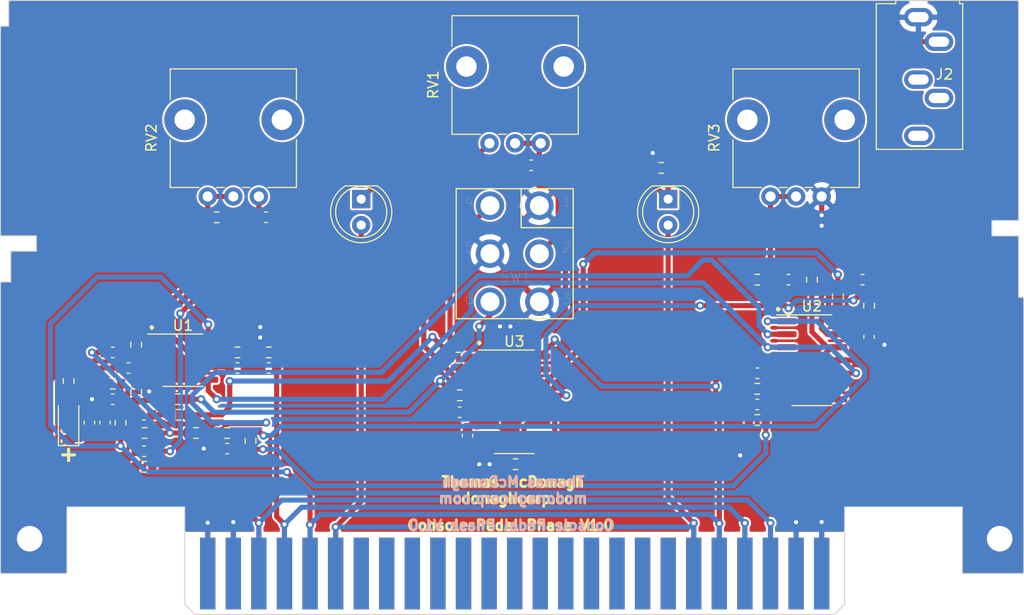
<source format=kicad_pcb>
(kicad_pcb (version 20171130) (host pcbnew "(5.1.6)-1")
  (layers (0 F.Cu signal hide) (31 B.Cu signal hide) (34 B.Paste user) (35 F.Paste user) (36 B.SilkS user) (37 F.SilkS user) (38 B.Mask user hide) (39 F.Mask user hide) (44 Edge.Cuts user))
  (net 0 "")
  (net 1 GND)
  (net 2 "Net-(C1-Pad1)")
  (net 3 "Net-(C2-Pad1)")
  (net 4 /LEDPower)
  (net 5 /Input)
  (net 6 /Output)
  (net 7 +9V)
  (net 8 "Net-(D1-Pad1)")
  (net 9 VCO_OUT)
  (net 10 "Net-(C4-Pad1)")
  (net 11 CHIP1)
  (net 12 "Net-(C7-Pad2)")
  (net 13 VCC)
  (net 14 "Net-(C8-Pad2)")
  (net 15 "Net-(C11-Pad1)")
  (net 16 "Net-(C11-Pad2)")
  (net 17 "Net-(C12-Pad1)")
  (net 18 "Net-(C12-Pad2)")
  (net 19 "Net-(C13-Pad1)")
  (net 20 "Net-(C14-Pad1)")
  (net 21 "Net-(C14-Pad2)")
  (net 22 "Net-(C15-Pad1)")
  (net 23 "Net-(C15-Pad2)")
  (net 24 SIG_IN)
  (net 25 "Net-(C18-Pad2)")
  (net 26 "Net-(C18-Pad1)")
  (net 27 "Net-(C19-Pad2)")
  (net 28 "Net-(R4-Pad1)")
  (net 29 PH_PULSE)
  (net 30 "Net-(R5-Pad1)")
  (net 31 "Net-(R10-Pad1)")
  (net 32 "Net-(R10-Pad2)")
  (net 33 "Net-(R18-Pad2)")
  (net 34 "Net-(R21-Pad1)")
  (net 35 "Net-(R22-Pad2)")
  (net 36 "Net-(R24-Pad2)")
  (net 37 PH_COMP2_OUT)
  (net 38 COMP_IN)
  (net 39 "Net-(U2-Pad8)")
  (module LED_THT:LED_D5.0mm (layer F.Cu) (at 147.75 89.408 270)
    (fp_text reference D2 hide)
    (fp_text value LED)
    (pad 2 thru_hole circle (at 2.54 0 270) (size 1.8 1.8) (drill 0.9) (layers *.Cu *.Mask) (net 4 /LEDPower))
    (pad 1 thru_hole rect (at 0 0 270) (size 1.8 1.8) (drill 0.9) (layers *.Cu *.Mask) (net 8 "Net-(D1-Pad1)"))
  )
  (module Resistor_SMD:R_0603_1608Metric (layer F.Cu) (at 147.066 86.36)
    (fp_text reference R3 hide)
    (fp_text value 100K)
    (pad 1 smd roundrect (at -0.825 0) (size 0.8 0.95) (layers F.Cu F.Paste F.Mask) (net 1 GND))
    (pad 2 smd roundrect (at 0.825 0) (size 0.8 0.95) (layers F.Cu F.Paste F.Mask) (net 8 "Net-(D1-Pad1)"))
  )
  (module Capacitor_SMD:C_0603_1608Metric (layer F.Cu) (at 94.996 105.918 180)
    (fp_text reference C1 hide)
    (fp_text value 100nF)
    (pad 1 smd roundrect (at -0.775 0 180) (size 0.9 0.95) (layers F.Cu F.Paste F.Mask) (net 2 "Net-(C1-Pad1)"))
    (pad 2 smd roundrect (at 0.775 0 180) (size 0.9 0.95) (layers F.Cu F.Paste F.Mask) (net 5 /Input))
  )
  (module LED_THT:LED_D5.0mm (layer F.Cu) (at 117.75 89.408 270)
    (fp_text reference D1 hide)
    (fp_text value LED)
    (pad 1 thru_hole rect (at 0 0 270) (size 1.8 1.8) (drill 0.9) (layers *.Cu *.Mask) (net 8 "Net-(D1-Pad1)"))
    (pad 2 thru_hole circle (at 2.54 0 270) (size 1.8 1.8) (drill 0.9) (layers *.Cu *.Mask) (net 4 /LEDPower))
  )
  (module libraries:N64-Connector (layer F.Cu) (at 132.75 126)
    (fp_text reference J1 hide)
    (fp_text value Conn_02x25_Counter_Clockwise)
    (pad 1 connect rect (at -30 0) (size 1.5 7) (layers F.Cu F.Mask) (net 1 GND))
    (pad 2 connect rect (at -27.5 0) (size 1.5 7) (layers F.Cu F.Mask) (net 1 GND))
    (pad 3 connect rect (at -25 0) (size 1.5 7) (layers F.Cu F.Mask) (net 5 /Input))
    (pad 4 connect rect (at -22.5 0) (size 1.5 7) (layers F.Cu F.Mask) (net 6 /Output))
    (pad 5 connect rect (at -20 0) (size 1.5 7) (layers F.Cu F.Mask) (net 7 +9V))
    (pad 6 connect rect (at -17.5 0) (size 1.5 7) (layers F.Cu F.Mask) (net 4 /LEDPower))
    (pad 7 connect rect (at -15 0) (size 1.5 7) (layers F.Cu F.Mask))
    (pad 8 connect rect (at -12.5 0) (size 1.5 7) (layers F.Cu F.Mask))
    (pad 9 connect rect (at -10 0) (size 1.5 7) (layers F.Cu F.Mask))
    (pad 10 connect rect (at -7.5 0) (size 1.5 7) (layers F.Cu F.Mask))
    (pad 11 connect rect (at -5 0) (size 1.5 7) (layers F.Cu F.Mask))
    (pad 12 connect rect (at -2.5 0) (size 1.5 7) (layers F.Cu F.Mask))
    (pad 13 connect rect (at 0 0) (size 1.5 7) (layers F.Cu F.Mask))
    (pad 14 connect rect (at 2.5 0) (size 1.5 7) (layers F.Cu F.Mask))
    (pad 15 connect rect (at 5 0) (size 1.5 7) (layers F.Cu F.Mask))
    (pad 16 connect rect (at 7.5 0) (size 1.5 7) (layers F.Cu F.Mask))
    (pad 17 connect rect (at 10 0) (size 1.5 7) (layers F.Cu F.Mask))
    (pad 18 connect rect (at 12.5 0) (size 1.5 7) (layers F.Cu F.Mask))
    (pad 19 connect rect (at 15 0) (size 1.5 7) (layers F.Cu F.Mask))
    (pad 20 connect rect (at 17.5 0) (size 1.5 7) (layers F.Cu F.Mask) (net 4 /LEDPower))
    (pad 21 connect rect (at 20 0) (size 1.5 7) (layers F.Cu F.Mask) (net 7 +9V))
    (pad 22 connect rect (at 22.5 0) (size 1.5 7) (layers F.Cu F.Mask) (net 6 /Output))
    (pad 23 connect rect (at 25 0) (size 1.5 7) (layers F.Cu F.Mask) (net 5 /Input))
    (pad 24 connect rect (at 27.5 0) (size 1.5 7) (layers F.Cu F.Mask) (net 1 GND))
    (pad 25 connect rect (at 30 0) (size 1.5 7) (layers F.Cu F.Mask) (net 1 GND))
    (pad 26 connect rect (at -30 0) (size 1.5 7) (layers B.Cu B.Mask) (net 1 GND))
    (pad 27 connect rect (at -27.5 0) (size 1.5 7) (layers B.Cu B.Mask) (net 1 GND))
    (pad 28 connect rect (at -25 0) (size 1.5 7) (layers B.Cu B.Mask) (net 5 /Input))
    (pad 29 connect rect (at -22.5 0) (size 1.5 7) (layers B.Cu B.Mask) (net 6 /Output))
    (pad 30 connect rect (at -20 0) (size 1.5 7) (layers B.Cu B.Mask) (net 7 +9V))
    (pad 31 connect rect (at -17.5 0) (size 1.5 7) (layers B.Cu B.Mask) (net 4 /LEDPower))
    (pad 32 connect rect (at -15 0) (size 1.5 7) (layers B.Cu B.Mask))
    (pad 33 connect rect (at -12.5 0) (size 1.5 7) (layers B.Cu B.Mask))
    (pad 34 connect rect (at -10 0) (size 1.5 7) (layers B.Cu B.Mask))
    (pad 35 connect rect (at -7.5 0) (size 1.5 7) (layers B.Cu B.Mask))
    (pad 36 connect rect (at -5 0) (size 1.5 7) (layers B.Cu B.Mask))
    (pad 37 connect rect (at -2.5 0) (size 1.5 7) (layers B.Cu B.Mask))
    (pad 38 connect rect (at 0 0) (size 1.5 7) (layers B.Cu B.Mask))
    (pad 39 connect rect (at 2.5 0) (size 1.5 7) (layers B.Cu B.Mask))
    (pad 40 connect rect (at 5 0) (size 1.5 7) (layers B.Cu B.Mask))
    (pad 41 connect rect (at 7.5 0) (size 1.5 7) (layers B.Cu B.Mask))
    (pad 42 connect rect (at 10 0) (size 1.5 7) (layers B.Cu B.Mask))
    (pad 43 connect rect (at 12.5 0) (size 1.5 7) (layers B.Cu B.Mask))
    (pad 44 connect rect (at 15 0) (size 1.5 7) (layers B.Cu B.Mask))
    (pad 45 connect rect (at 17.5 0) (size 1.5 7) (layers B.Cu B.Mask) (net 4 /LEDPower))
    (pad 46 connect rect (at 20 0) (size 1.5 7) (layers B.Cu B.Mask) (net 7 +9V))
    (pad 47 connect rect (at 22.5 0) (size 1.5 7) (layers B.Cu B.Mask) (net 6 /Output))
    (pad 48 connect rect (at 25 0) (size 1.5 7) (layers B.Cu B.Mask) (net 5 /Input))
    (pad 49 connect rect (at 27.5 0) (size 1.5 7) (layers B.Cu B.Mask) (net 1 GND))
    (pad 50 connect rect (at 30 0) (size 1.5 7) (layers B.Cu B.Mask) (net 1 GND))
  )
  (module Capacitor_SMD:C_0603_1608Metric (layer F.Cu) (at 134.366 86.106)
    (fp_text reference C2 hide)
    (fp_text value 22nF)
    (pad 1 smd roundrect (at -0.775 0) (size 0.9 0.95) (layers F.Cu F.Paste F.Mask) (net 3 "Net-(C2-Pad1)"))
    (pad 2 smd roundrect (at 0.775 0) (size 0.9 0.95) (layers F.Cu F.Paste F.Mask) (net 9 VCO_OUT))
  )
  (module Capacitor_SMD:C_0603_1608Metric (layer F.Cu) (at 127.381 110.236 180)
    (fp_text reference C3 hide)
    (fp_text value 10nF)
    (pad 2 smd roundrect (at 0.775 0 180) (size 0.9 0.95) (layers F.Cu F.Paste F.Mask) (net 9 VCO_OUT))
    (pad 1 smd roundrect (at -0.775 0 180) (size 0.9 0.95) (layers F.Cu F.Paste F.Mask) (net 1 GND))
  )
  (module Capacitor_SMD:C_0603_1608Metric (layer F.Cu) (at 93.472 104.394)
    (fp_text reference C4 hide)
    (fp_text value 100nF)
    (pad 1 smd roundrect (at -0.775 0) (size 0.9 0.95) (layers F.Cu F.Paste F.Mask) (net 10 "Net-(C4-Pad1)"))
    (pad 2 smd roundrect (at 0.775 0) (size 0.9 0.95) (layers F.Cu F.Paste F.Mask) (net 11 CHIP1))
  )
  (module Capacitor_SMD:C_0603_1608Metric (layer F.Cu) (at 92.71 111.252 90)
    (fp_text reference C5 hide)
    (fp_text value 100uF)
    (pad 2 smd roundrect (at 0.775 0 90) (size 0.9 0.95) (layers F.Cu F.Paste F.Mask) (net 1 GND))
    (pad 1 smd roundrect (at -0.775 0 90) (size 0.9 0.95) (layers F.Cu F.Paste F.Mask) (net 7 +9V))
  )
  (module Capacitor_SMD:C_0603_1608Metric (layer F.Cu) (at 91.186 111.252 270)
    (fp_text reference C6 hide)
    (fp_text value 100nF)
    (pad 1 smd roundrect (at -0.775 0 270) (size 0.9 0.95) (layers F.Cu F.Paste F.Mask) (net 1 GND))
    (pad 2 smd roundrect (at 0.775 0 270) (size 0.9 0.95) (layers F.Cu F.Paste F.Mask) (net 7 +9V))
  )
  (module Capacitor_SMD:C_0603_1608Metric (layer F.Cu) (at 96.52 110.49)
    (fp_text reference C7 hide)
    (fp_text value 100nF)
    (pad 2 smd roundrect (at 0.775 0) (size 0.9 0.95) (layers F.Cu F.Paste F.Mask) (net 12 "Net-(C7-Pad2)"))
    (pad 1 smd roundrect (at -0.775 0) (size 0.9 0.95) (layers F.Cu F.Paste F.Mask) (net 13 VCC))
  )
  (module Capacitor_SMD:C_0603_1608Metric (layer F.Cu) (at 104.648 113.792)
    (fp_text reference C8 hide)
    (fp_text value 10nF)
    (pad 1 smd roundrect (at -0.775 0) (size 0.9 0.95) (layers F.Cu F.Paste F.Mask) (net 1 GND))
    (pad 2 smd roundrect (at 0.775 0) (size 0.9 0.95) (layers F.Cu F.Paste F.Mask) (net 14 "Net-(C8-Pad2)"))
  )
  (module Capacitor_SMD:C_0603_1608Metric (layer F.Cu) (at 96.533 114.046)
    (fp_text reference C9 hide)
    (fp_text value 220nF)
    (pad 2 smd roundrect (at 0.775 0) (size 0.9 0.95) (layers F.Cu F.Paste F.Mask) (net 15 "Net-(C11-Pad1)"))
    (pad 1 smd roundrect (at -0.775 0) (size 0.9 0.95) (layers F.Cu F.Paste F.Mask) (net 13 VCC))
  )
  (module Capacitor_SMD:C_0603_1608Metric (layer F.Cu) (at 93.472 108.966 180)
    (fp_text reference C10 hide)
    (fp_text value 100uF)
    (pad 2 smd roundrect (at 0.775 0 180) (size 0.9 0.95) (layers F.Cu F.Paste F.Mask) (net 1 GND))
    (pad 1 smd roundrect (at -0.775 0 180) (size 0.9 0.95) (layers F.Cu F.Paste F.Mask) (net 13 VCC))
  )
  (module Capacitor_SMD:C_0603_1608Metric (layer F.Cu) (at 108.458 91.186 180)
    (fp_text reference C11 hide)
    (fp_text value 10uF)
    (pad 1 smd roundrect (at -0.775 0 180) (size 0.9 0.95) (layers F.Cu F.Paste F.Mask) (net 15 "Net-(C11-Pad1)"))
    (pad 2 smd roundrect (at 0.775 0 180) (size 0.9 0.95) (layers F.Cu F.Paste F.Mask) (net 16 "Net-(C11-Pad2)"))
  )
  (module Capacitor_SMD:C_0603_1608Metric (layer F.Cu) (at 156.464 109.474)
    (fp_text reference C12 hide)
    (fp_text value 2.2nF)
    (pad 1 smd roundrect (at -0.775 0) (size 0.9 0.95) (layers F.Cu F.Paste F.Mask) (net 17 "Net-(C12-Pad1)"))
    (pad 2 smd roundrect (at 0.775 0) (size 0.9 0.95) (layers F.Cu F.Paste F.Mask) (net 18 "Net-(C12-Pad2)"))
  )
  (module Capacitor_SMD:C_0603_1608Metric (layer F.Cu) (at 156.477 106.426 180)
    (fp_text reference C13 hide)
    (fp_text value 1nF)
    (pad 2 smd roundrect (at 0.775 0 180) (size 0.9 0.95) (layers F.Cu F.Paste F.Mask) (net 1 GND))
    (pad 1 smd roundrect (at -0.775 0 180) (size 0.9 0.95) (layers F.Cu F.Paste F.Mask) (net 19 "Net-(C13-Pad1)"))
  )
  (module Capacitor_SMD:C_0603_1608Metric (layer F.Cu) (at 159.512 97.282)
    (fp_text reference C14 hide)
    (fp_text value 10nF)
    (pad 1 smd roundrect (at -0.775 0) (size 0.9 0.95) (layers F.Cu F.Paste F.Mask) (net 20 "Net-(C14-Pad1)"))
    (pad 2 smd roundrect (at 0.775 0) (size 0.9 0.95) (layers F.Cu F.Paste F.Mask) (net 21 "Net-(C14-Pad2)"))
  )
  (module Capacitor_SMD:C_0603_1608Metric (layer F.Cu) (at 105.664 105.918)
    (fp_text reference C15 hide)
    (fp_text value 470pF)
    (pad 1 smd roundrect (at -0.775 0) (size 0.9 0.95) (layers F.Cu F.Paste F.Mask) (net 22 "Net-(C15-Pad1)"))
    (pad 2 smd roundrect (at 0.775 0) (size 0.9 0.95) (layers F.Cu F.Paste F.Mask) (net 23 "Net-(C15-Pad2)"))
  )
  (module Capacitor_SMD:C_0603_1608Metric (layer F.Cu) (at 108.712 105.918)
    (fp_text reference C16 hide)
    (fp_text value 100nF)
    (pad 1 smd roundrect (at -0.775 0) (size 0.9 0.95) (layers F.Cu F.Paste F.Mask) (net 23 "Net-(C15-Pad2)"))
    (pad 2 smd roundrect (at 0.775 0) (size 0.9 0.95) (layers F.Cu F.Paste F.Mask) (net 6 /Output))
  )
  (module Capacitor_SMD:C_0603_1608Metric (layer F.Cu) (at 166.751 97.282 180)
    (fp_text reference C17 hide)
    (fp_text value 4.7nF)
    (pad 2 smd roundrect (at 0.775 0 180) (size 0.9 0.95) (layers F.Cu F.Paste F.Mask) (net 24 SIG_IN))
    (pad 1 smd roundrect (at -0.775 0 180) (size 0.9 0.95) (layers F.Cu F.Paste F.Mask) (net 1 GND))
  )
  (module Capacitor_SMD:C_0603_1608Metric (layer F.Cu) (at 128.143 112.522 90)
    (fp_text reference C18 hide)
    (fp_text value 33nF)
    (pad 2 smd roundrect (at 0.775 0 90) (size 0.9 0.95) (layers F.Cu F.Paste F.Mask) (net 25 "Net-(C18-Pad2)"))
    (pad 1 smd roundrect (at -0.775 0 90) (size 0.9 0.95) (layers F.Cu F.Paste F.Mask) (net 26 "Net-(C18-Pad1)"))
  )
  (module Capacitor_SMD:C_0603_1608Metric (layer F.Cu) (at 167.386 102.87 90)
    (fp_text reference C19 hide)
    (fp_text value 100nF)
    (pad 2 smd roundrect (at 0.775 0 90) (size 0.9 0.95) (layers F.Cu F.Paste F.Mask) (net 27 "Net-(C19-Pad2)"))
    (pad 1 smd roundrect (at -0.775 0 90) (size 0.9 0.95) (layers F.Cu F.Paste F.Mask) (net 1 GND))
  )
  (module Diode_SMD:D_SOD-123 (layer F.Cu) (at 89.154 111.252 90)
    (fp_text reference D3 hide)
    (fp_text value 1N5817)
    (pad 1 smd rect (at -1.65 0 90) (size 0.9 1.2) (layers F.Cu F.Paste F.Mask) (net 7 +9V))
    (pad 2 smd rect (at 1.65 0 90) (size 0.9 1.2) (layers F.Cu F.Paste F.Mask) (net 1 GND))
  )
  (module Resistor_SMD:R_0603_1608Metric (layer F.Cu) (at 89.154 107.188 270)
    (fp_text reference R1 hide)
    (fp_text value 1M)
    (pad 2 smd roundrect (at 0.825 0 270) (size 0.8 0.95) (layers F.Cu F.Paste F.Mask) (net 1 GND))
    (pad 1 smd roundrect (at -0.825 0 270) (size 0.8 0.95) (layers F.Cu F.Paste F.Mask) (net 5 /Input))
  )
  (module Resistor_SMD:R_0603_1608Metric (layer F.Cu) (at 95.758 108.267 270)
    (fp_text reference R2 hide)
    (fp_text value 1M)
    (pad 1 smd roundrect (at -0.825 0 270) (size 0.8 0.95) (layers F.Cu F.Paste F.Mask) (net 2 "Net-(C1-Pad1)"))
    (pad 2 smd roundrect (at 0.825 0 270) (size 0.8 0.95) (layers F.Cu F.Paste F.Mask) (net 13 VCC))
  )
  (module Resistor_SMD:R_0603_1608Metric (layer F.Cu) (at 127.381 108.585)
    (fp_text reference R4 hide)
    (fp_text value 100K)
    (pad 2 smd roundrect (at 0.825 0) (size 0.8 0.95) (layers F.Cu F.Paste F.Mask) (net 9 VCO_OUT))
    (pad 1 smd roundrect (at -0.825 0) (size 0.8 0.95) (layers F.Cu F.Paste F.Mask) (net 28 "Net-(R4-Pad1)"))
  )
  (module Resistor_SMD:R_0603_1608Metric (layer F.Cu) (at 127.254 104.902)
    (fp_text reference R5 hide)
    (fp_text value 100K)
    (pad 2 smd roundrect (at 0.825 0) (size 0.8 0.95) (layers F.Cu F.Paste F.Mask) (net 29 PH_PULSE))
    (pad 1 smd roundrect (at -0.825 0) (size 0.8 0.95) (layers F.Cu F.Paste F.Mask) (net 30 "Net-(R5-Pad1)"))
  )
  (module Resistor_SMD:R_0603_1608Metric (layer F.Cu) (at 101.6 112.268 180)
    (fp_text reference R6 hide)
    (fp_text value 10K)
    (pad 2 smd roundrect (at 0.825 0 180) (size 0.8 0.95) (layers F.Cu F.Paste F.Mask) (net 10 "Net-(C4-Pad1)"))
    (pad 1 smd roundrect (at -0.825 0 180) (size 0.8 0.95) (layers F.Cu F.Paste F.Mask) (net 31 "Net-(R10-Pad1)"))
  )
  (module Resistor_SMD:R_0603_1608Metric (layer F.Cu) (at 96.583 112.268)
    (fp_text reference R7 hide)
    (fp_text value 4.7K)
    (pad 1 smd roundrect (at -0.825 0) (size 0.8 0.95) (layers F.Cu F.Paste F.Mask) (net 13 VCC))
    (pad 2 smd roundrect (at 0.825 0) (size 0.8 0.95) (layers F.Cu F.Paste F.Mask) (net 10 "Net-(C4-Pad1)"))
  )
  (module Resistor_SMD:R_0603_1608Metric (layer F.Cu) (at 99.822 108.966)
    (fp_text reference R8 hide)
    (fp_text value 100K)
    (pad 1 smd roundrect (at -0.825 0) (size 0.8 0.95) (layers F.Cu F.Paste F.Mask) (net 12 "Net-(C7-Pad2)"))
    (pad 2 smd roundrect (at 0.825 0) (size 0.8 0.95) (layers F.Cu F.Paste F.Mask) (net 28 "Net-(R4-Pad1)"))
  )
  (module Resistor_SMD:R_0603_1608Metric (layer F.Cu) (at 99.885 110.49)
    (fp_text reference R9 hide)
    (fp_text value 100K)
    (pad 1 smd roundrect (at -0.825 0) (size 0.8 0.95) (layers F.Cu F.Paste F.Mask) (net 12 "Net-(C7-Pad2)"))
    (pad 2 smd roundrect (at 0.825 0) (size 0.8 0.95) (layers F.Cu F.Paste F.Mask) (net 30 "Net-(R5-Pad1)"))
  )
  (module Resistor_SMD:R_0603_1608Metric (layer F.Cu) (at 104.648 112.268)
    (fp_text reference R10 hide)
    (fp_text value 470K)
    (pad 2 smd roundrect (at 0.825 0) (size 0.8 0.95) (layers F.Cu F.Paste F.Mask) (net 32 "Net-(R10-Pad2)"))
    (pad 1 smd roundrect (at -0.825 0) (size 0.8 0.95) (layers F.Cu F.Paste F.Mask) (net 31 "Net-(R10-Pad1)"))
  )
  (module Resistor_SMD:R_0603_1608Metric (layer F.Cu) (at 94.234 111.252 90)
    (fp_text reference R11 hide)
    (fp_text value 10K)
    (pad 2 smd roundrect (at 0.825 0 90) (size 0.8 0.95) (layers F.Cu F.Paste F.Mask) (net 13 VCC))
    (pad 1 smd roundrect (at -0.825 0 90) (size 0.8 0.95) (layers F.Cu F.Paste F.Mask) (net 7 +9V))
  )
  (module Resistor_SMD:R_0603_1608Metric (layer F.Cu) (at 93.472 107.442 180)
    (fp_text reference R12 hide)
    (fp_text value 10K)
    (pad 2 smd roundrect (at 0.825 0 180) (size 0.8 0.95) (layers F.Cu F.Paste F.Mask) (net 1 GND))
    (pad 1 smd roundrect (at -0.825 0 180) (size 0.8 0.95) (layers F.Cu F.Paste F.Mask) (net 13 VCC))
  )
  (module Resistor_SMD:R_0603_1608Metric (layer F.Cu) (at 106.934 113.03 90)
    (fp_text reference R13 hide)
    (fp_text value 22K)
    (pad 1 smd roundrect (at -0.825 0 90) (size 0.8 0.95) (layers F.Cu F.Paste F.Mask) (net 14 "Net-(C8-Pad2)"))
    (pad 2 smd roundrect (at 0.825 0 90) (size 0.8 0.95) (layers F.Cu F.Paste F.Mask) (net 32 "Net-(R10-Pad2)"))
  )
  (module Resistor_SMD:R_0603_1608Metric (layer F.Cu) (at 96.52 115.57 180)
    (fp_text reference R14 hide)
    (fp_text value 22K)
    (pad 2 smd roundrect (at 0.825 0 180) (size 0.8 0.95) (layers F.Cu F.Paste F.Mask) (net 12 "Net-(C7-Pad2)"))
    (pad 1 smd roundrect (at -0.825 0 180) (size 0.8 0.95) (layers F.Cu F.Paste F.Mask) (net 15 "Net-(C11-Pad1)"))
  )
  (module Resistor_SMD:R_0603_1608Metric (layer F.Cu) (at 156.464 110.998)
    (fp_text reference R15 hide)
    (fp_text value 330K)
    (pad 1 smd roundrect (at -0.825 0) (size 0.8 0.95) (layers F.Cu F.Paste F.Mask) (net 17 "Net-(C12-Pad1)"))
    (pad 2 smd roundrect (at 0.825 0) (size 0.8 0.95) (layers F.Cu F.Paste F.Mask) (net 14 "Net-(C8-Pad2)"))
  )
  (module Resistor_SMD:R_0603_1608Metric (layer F.Cu) (at 156.464 107.95 180)
    (fp_text reference R16 hide)
    (fp_text value 330K)
    (pad 1 smd roundrect (at -0.825 0 180) (size 0.8 0.95) (layers F.Cu F.Paste F.Mask) (net 19 "Net-(C13-Pad1)"))
    (pad 2 smd roundrect (at 0.825 0 180) (size 0.8 0.95) (layers F.Cu F.Paste F.Mask) (net 17 "Net-(C12-Pad1)"))
  )
  (module Resistor_SMD:R_0603_1608Metric (layer F.Cu) (at 95.758 103.632 270)
    (fp_text reference R17 hide)
    (fp_text value 100K)
    (pad 1 smd roundrect (at -0.825 0 270) (size 0.8 0.95) (layers F.Cu F.Paste F.Mask) (net 22 "Net-(C15-Pad1)"))
    (pad 2 smd roundrect (at 0.825 0 270) (size 0.8 0.95) (layers F.Cu F.Paste F.Mask) (net 11 CHIP1))
  )
  (module Resistor_SMD:R_0603_1608Metric (layer F.Cu) (at 103.632 91.186 180)
    (fp_text reference R18 hide)
    (fp_text value 4.7K)
    (pad 1 smd roundrect (at -0.825 0 180) (size 0.8 0.95) (layers F.Cu F.Paste F.Mask) (net 22 "Net-(C15-Pad1)"))
    (pad 2 smd roundrect (at 0.825 0 180) (size 0.8 0.95) (layers F.Cu F.Paste F.Mask) (net 33 "Net-(R18-Pad2)"))
  )
  (module Resistor_SMD:R_0603_1608Metric (layer F.Cu) (at 161.798 97.282 270)
    (fp_text reference R19 hide)
    (fp_text value 39K)
    (pad 1 smd roundrect (at -0.825 0 270) (size 0.8 0.95) (layers F.Cu F.Paste F.Mask) (net 21 "Net-(C14-Pad2)"))
    (pad 2 smd roundrect (at 0.825 0 270) (size 0.8 0.95) (layers F.Cu F.Paste F.Mask) (net 18 "Net-(C12-Pad2)"))
  )
  (module Resistor_SMD:R_0603_1608Metric (layer F.Cu) (at 105.664 104.394)
    (fp_text reference R20 hide)
    (fp_text value 100K)
    (pad 2 smd roundrect (at 0.825 0) (size 0.8 0.95) (layers F.Cu F.Paste F.Mask) (net 23 "Net-(C15-Pad2)"))
    (pad 1 smd roundrect (at -0.825 0) (size 0.8 0.95) (layers F.Cu F.Paste F.Mask) (net 22 "Net-(C15-Pad1)"))
  )
  (module Resistor_SMD:R_0603_1608Metric (layer F.Cu) (at 156.464 97.282)
    (fp_text reference R21 hide)
    (fp_text value 330K)
    (pad 1 smd roundrect (at -0.825 0) (size 0.8 0.95) (layers F.Cu F.Paste F.Mask) (net 34 "Net-(R21-Pad1)"))
    (pad 2 smd roundrect (at 0.825 0) (size 0.8 0.95) (layers F.Cu F.Paste F.Mask) (net 20 "Net-(C14-Pad1)"))
  )
  (module Resistor_SMD:R_0603_1608Metric (layer F.Cu) (at 164.338 98.933 270)
    (fp_text reference R22 hide)
    (fp_text value 10K)
    (pad 2 smd roundrect (at 0.825 0 270) (size 0.8 0.95) (layers F.Cu F.Paste F.Mask) (net 35 "Net-(R22-Pad2)"))
    (pad 1 smd roundrect (at -0.825 0 270) (size 0.8 0.95) (layers F.Cu F.Paste F.Mask) (net 24 SIG_IN))
  )
  (module Resistor_SMD:R_0603_1608Metric (layer F.Cu) (at 108.712 104.394 180)
    (fp_text reference R23 hide)
    (fp_text value 100K)
    (pad 1 smd roundrect (at -0.825 0 180) (size 0.8 0.95) (layers F.Cu F.Paste F.Mask) (net 6 /Output))
    (pad 2 smd roundrect (at 0.825 0 180) (size 0.8 0.95) (layers F.Cu F.Paste F.Mask) (net 1 GND))
  )
  (module Resistor_SMD:R_0603_1608Metric (layer F.Cu) (at 132.842 115.316)
    (fp_text reference R24 hide)
    (fp_text value 10K)
    (pad 2 smd roundrect (at 0.825 0) (size 0.8 0.95) (layers F.Cu F.Paste F.Mask) (net 36 "Net-(R24-Pad2)"))
    (pad 1 smd roundrect (at -0.825 0) (size 0.8 0.95) (layers F.Cu F.Paste F.Mask) (net 1 GND))
  )
  (module Resistor_SMD:R_0603_1608Metric (layer F.Cu) (at 167.386 99.822 90)
    (fp_text reference R25 hide)
    (fp_text value 10K)
    (pad 2 smd roundrect (at 0.825 0 90) (size 0.8 0.95) (layers F.Cu F.Paste F.Mask) (net 37 PH_COMP2_OUT))
    (pad 1 smd roundrect (at -0.825 0 90) (size 0.8 0.95) (layers F.Cu F.Paste F.Mask) (net 27 "Net-(C19-Pad2)"))
  )
  (module Potentiometer_THT:Potentiometer_Alps_RK09L_Single_Vertical (layer F.Cu) (at 135.29 83.954 90)
    (fp_text reference RV1 (at 5.725 -10.5 90) (layer F.SilkS))
    (fp_text value 20K)
    (pad 3 thru_hole circle (at 0 -5 90) (size 1.8 1.8) (drill 1) (layers *.Cu *.Mask) (net 38 COMP_IN))
    (pad 2 thru_hole circle (at 0 -2.5 90) (size 1.8 1.8) (drill 1) (layers *.Cu *.Mask) (net 9 VCO_OUT))
    (pad 1 thru_hole circle (at 0 0 90) (size 1.8 1.8) (drill 1) (layers *.Cu *.Mask) (net 9 VCO_OUT))
    (pad "" np_thru_hole circle (at 7.5 -7.25 90) (size 4 4) (drill 2) (layers *.Cu *.Mask))
    (pad "" np_thru_hole circle (at 7.5 2.25 90) (size 4 4) (drill 2) (layers *.Cu *.Mask))
  )
  (module Potentiometer_THT:Potentiometer_Alps_RK09L_Single_Vertical (layer F.Cu) (at 107.75 89.154 90)
    (fp_text reference RV2 (at 5.725 -10.5 90) (layer F.SilkS))
    (fp_text value C100K)
    (pad 3 thru_hole circle (at 0 -5 90) (size 1.8 1.8) (drill 1) (layers *.Cu *.Mask) (net 33 "Net-(R18-Pad2)"))
    (pad 2 thru_hole circle (at 0 -2.5 90) (size 1.8 1.8) (drill 1) (layers *.Cu *.Mask) (net 33 "Net-(R18-Pad2)"))
    (pad 1 thru_hole circle (at 0 0 90) (size 1.8 1.8) (drill 1) (layers *.Cu *.Mask) (net 16 "Net-(C11-Pad2)"))
    (pad "" np_thru_hole circle (at 7.5 -7.25 90) (size 4 4) (drill 2) (layers *.Cu *.Mask))
    (pad "" np_thru_hole circle (at 7.5 2.25 90) (size 4 4) (drill 2) (layers *.Cu *.Mask))
  )
  (module Potentiometer_THT:Potentiometer_Alps_RK09L_Single_Vertical (layer F.Cu) (at 162.75 89.154 90)
    (fp_text reference RV3 (at 5.725 -10.5 90) (layer F.SilkS))
    (fp_text value 1M)
    (pad "" np_thru_hole circle (at 7.5 2.25 90) (size 4 4) (drill 2) (layers *.Cu *.Mask))
    (pad "" np_thru_hole circle (at 7.5 -7.25 90) (size 4 4) (drill 2) (layers *.Cu *.Mask))
    (pad 1 thru_hole circle (at 0 0 90) (size 1.8 1.8) (drill 1) (layers *.Cu *.Mask) (net 1 GND))
    (pad 2 thru_hole circle (at 0 -2.5 90) (size 1.8 1.8) (drill 1) (layers *.Cu *.Mask) (net 34 "Net-(R21-Pad1)"))
    (pad 3 thru_hole circle (at 0 -5 90) (size 1.8 1.8) (drill 1) (layers *.Cu *.Mask) (net 34 "Net-(R21-Pad1)"))
  )
  (module libraries:DPDTSwitch (layer F.Cu) (at 132.75 94.742 180)
    (fp_text reference SW1 (at -0.092 -2.286) (layer F.SilkS) (effects (font (thickness 0.015))))
    (fp_text value SW_DPDT_x2)
    (fp_text user 1 (at -5.08 5.08) (layer F.SilkS) (effects (font (thickness 0.015))))
    (fp_text user 2 (at -5.08 0.635) (layer F.SilkS) (effects (font (thickness 0.015))))
    (fp_text user 3 (at -5.08 -4.445) (layer F.SilkS) (effects (font (thickness 0.015))))
    (fp_text user 4 (at 4.445 5.08) (layer F.SilkS) (effects (font (thickness 0.015))))
    (fp_text user 5 (at 4.445 0.635) (layer F.SilkS) (effects (font (thickness 0.015))))
    (fp_text user 6 (at 4.445 -4.445) (layer F.SilkS) (effects (font (thickness 0.015))))
    (pad 2 thru_hole circle (at -2.413 0 180) (size 2.7813 2.7813) (drill 1.8542) (layers *.Cu *.Mask) (net 3 "Net-(C2-Pad1)"))
    (pad 5 thru_hole circle (at 2.413 0 180) (size 2.7813 2.7813) (drill 1.8542) (layers *.Cu *.Mask) (net 1 GND))
    (pad 3 thru_hole circle (at -2.413 -4.699 180) (size 2.7813 2.7813) (drill 1.8542) (layers *.Cu *.Mask) (net 1 GND))
    (pad 1 thru_hole circle (at -2.413 4.699 180) (size 2.7813 2.7813) (drill 1.8542) (layers *.Cu *.Mask) (net 1 GND))
    (pad 6 thru_hole circle (at 2.413 -4.699 180) (size 2.7813 2.7813) (drill 1.8542) (layers *.Cu *.Mask) (net 28 "Net-(R4-Pad1)"))
    (pad 4 thru_hole circle (at 2.413 4.699 180) (size 2.7813 2.7813) (drill 1.8542) (layers *.Cu *.Mask) (net 30 "Net-(R5-Pad1)"))
  )
  (module Package_SO:SOIC-8_3.9x4.9mm_P1.27mm (layer F.Cu) (at 100.33 105.156)
    (fp_text reference U1 (at 0 -3.4) (layer F.SilkS))
    (fp_text value TL072)
    (pad 1 smd roundrect (at -2.475 -1.905) (size 1.95 0.6) (layers F.Cu F.Paste F.Mask) (net 11 CHIP1))
    (pad 2 smd roundrect (at -2.475 -0.635) (size 1.95 0.6) (layers F.Cu F.Paste F.Mask) (net 11 CHIP1))
    (pad 3 smd roundrect (at -2.475 0.635) (size 1.95 0.6) (layers F.Cu F.Paste F.Mask) (net 2 "Net-(C1-Pad1)"))
    (pad 4 smd roundrect (at -2.475 1.905) (size 1.95 0.6) (layers F.Cu F.Paste F.Mask) (net 1 GND))
    (pad 5 smd roundrect (at 2.475 1.905) (size 1.95 0.6) (layers F.Cu F.Paste F.Mask) (net 13 VCC))
    (pad 6 smd roundrect (at 2.475 0.635) (size 1.95 0.6) (layers F.Cu F.Paste F.Mask) (net 22 "Net-(C15-Pad1)"))
    (pad 7 smd roundrect (at 2.475 -0.635) (size 1.95 0.6) (layers F.Cu F.Paste F.Mask) (net 23 "Net-(C15-Pad2)"))
    (pad 8 smd roundrect (at 2.475 -1.905) (size 1.95 0.6) (layers F.Cu F.Paste F.Mask) (net 7 +9V))
  )
  (module Package_SO:SOIC-14_3.9x8.7mm_P1.27mm (layer F.Cu) (at 161.798 105.156)
    (fp_text reference U2 (at 0 -5.28) (layer F.SilkS))
    (fp_text value TL074)
    (pad 1 smd roundrect (at -2.475 -3.81) (size 1.95 0.6) (layers F.Cu F.Paste F.Mask) (net 32 "Net-(R10-Pad2)"))
    (pad 2 smd roundrect (at -2.475 -2.54) (size 1.95 0.6) (layers F.Cu F.Paste F.Mask) (net 31 "Net-(R10-Pad1)"))
    (pad 3 smd roundrect (at -2.475 -1.27) (size 1.95 0.6) (layers F.Cu F.Paste F.Mask) (net 13 VCC))
    (pad 4 smd roundrect (at -2.475 0) (size 1.95 0.6) (layers F.Cu F.Paste F.Mask) (net 7 +9V))
    (pad 5 smd roundrect (at -2.475 1.27) (size 1.95 0.6) (layers F.Cu F.Paste F.Mask) (net 19 "Net-(C13-Pad1)"))
    (pad 6 smd roundrect (at -2.475 2.54) (size 1.95 0.6) (layers F.Cu F.Paste F.Mask) (net 18 "Net-(C12-Pad2)"))
    (pad 7 smd roundrect (at -2.475 3.81) (size 1.95 0.6) (layers F.Cu F.Paste F.Mask) (net 18 "Net-(C12-Pad2)"))
    (pad 8 smd roundrect (at 2.475 3.81) (size 1.95 0.6) (layers F.Cu F.Paste F.Mask) (net 39 "Net-(U2-Pad8)"))
    (pad 9 smd roundrect (at 2.475 2.54) (size 1.95 0.6) (layers F.Cu F.Paste F.Mask) (net 39 "Net-(U2-Pad8)"))
    (pad 10 smd roundrect (at 2.475 1.27) (size 1.95 0.6) (layers F.Cu F.Paste F.Mask) (net 13 VCC))
    (pad 11 smd roundrect (at 2.475 0) (size 1.95 0.6) (layers F.Cu F.Paste F.Mask) (net 1 GND))
    (pad 12 smd roundrect (at 2.475 -1.27) (size 1.95 0.6) (layers F.Cu F.Paste F.Mask) (net 18 "Net-(C12-Pad2)"))
    (pad 13 smd roundrect (at 2.475 -2.54) (size 1.95 0.6) (layers F.Cu F.Paste F.Mask) (net 21 "Net-(C14-Pad2)"))
    (pad 14 smd roundrect (at 2.475 -3.81) (size 1.95 0.6) (layers F.Cu F.Paste F.Mask) (net 35 "Net-(R22-Pad2)"))
  )
  (module Package_SO:SOP-16_3.9x9.9mm_P1.27mm (layer F.Cu) (at 132.715 109.22)
    (fp_text reference U3 (at 0 -5.9) (layer F.SilkS))
    (fp_text value CD4046BE)
    (pad 1 smd roundrect (at -2.5 -4.445) (size 2 0.6) (layers F.Cu F.Paste F.Mask) (net 29 PH_PULSE))
    (pad 2 smd roundrect (at -2.5 -3.175) (size 2 0.6) (layers F.Cu F.Paste F.Mask))
    (pad 3 smd roundrect (at -2.5 -1.905) (size 2 0.6) (layers F.Cu F.Paste F.Mask) (net 38 COMP_IN))
    (pad 4 smd roundrect (at -2.5 -0.635) (size 2 0.6) (layers F.Cu F.Paste F.Mask) (net 9 VCO_OUT))
    (pad 5 smd roundrect (at -2.5 0.635) (size 2 0.6) (layers F.Cu F.Paste F.Mask) (net 1 GND))
    (pad 6 smd roundrect (at -2.5 1.905) (size 2 0.6) (layers F.Cu F.Paste F.Mask) (net 25 "Net-(C18-Pad2)"))
    (pad 7 smd roundrect (at -2.5 3.175) (size 2 0.6) (layers F.Cu F.Paste F.Mask) (net 26 "Net-(C18-Pad1)"))
    (pad 8 smd roundrect (at -2.5 4.445) (size 2 0.6) (layers F.Cu F.Paste F.Mask) (net 1 GND))
    (pad 9 smd roundrect (at 2.5 4.445) (size 2 0.6) (layers F.Cu F.Paste F.Mask) (net 37 PH_COMP2_OUT))
    (pad 10 smd roundrect (at 2.5 3.175) (size 2 0.6) (layers F.Cu F.Paste F.Mask))
    (pad 11 smd roundrect (at 2.5 1.905) (size 2 0.6) (layers F.Cu F.Paste F.Mask) (net 36 "Net-(R24-Pad2)"))
    (pad 12 smd roundrect (at 2.5 0.635) (size 2 0.6) (layers F.Cu F.Paste F.Mask))
    (pad 13 smd roundrect (at 2.5 -0.635) (size 2 0.6) (layers F.Cu F.Paste F.Mask) (net 37 PH_COMP2_OUT))
    (pad 14 smd roundrect (at 2.5 -1.905) (size 2 0.6) (layers F.Cu F.Paste F.Mask) (net 24 SIG_IN))
    (pad 15 smd roundrect (at 2.5 -3.175) (size 2 0.6) (layers F.Cu F.Paste F.Mask))
    (pad 16 smd roundrect (at 2.5 -4.445) (size 2 0.6) (layers F.Cu F.Paste F.Mask) (net 7 +9V))
  )
  (module Connector_Audio:Jack_3.5mm_CUI_SJ1-3535NG_Horizontal (layer F.Cu) (at 172.212 71.628)
    (fp_text reference J2 (at 2.54 5.588) (layer F.SilkS))
    (fp_text value AudioJack2)
    (pad S thru_hole oval (at 0 0) (size 2.8 1.8) (drill oval 2 1) (layers *.Cu *.Mask) (net 1 GND))
    (pad T thru_hole oval (at 2 2.4) (size 2.8 1.8) (drill oval 2 1) (layers *.Cu *.Mask) (net 27 "Net-(C19-Pad2)"))
    (pad R thru_hole oval (at 2 7.9) (size 2.8 1.8) (drill oval 2 1) (layers *.Cu *.Mask))
    (pad TN thru_hole oval (at 0 11.6) (size 2.8 1.8) (drill oval 2 1) (layers *.Cu *.Mask))
    (pad RN thru_hole oval (at 0 6.1) (size 2.8 1.8) (drill oval 2 1) (layers *.Cu *.Mask))
  )
  (module MountingHole:MountingHole_2.5mm_Pad (layer F.Cu) (at 85.35 122.6)
    (fp_text reference H1 hide)
    (fp_text value MountingHole_Pad)
    (pad 1 thru_hole circle (at 0 0) (size 5 5) (drill 2.5) (layers *.Cu *.Mask) (net 1 GND))
  )
  (module MountingHole:MountingHole_2.5mm_Pad (layer F.Cu) (at 180.15 122.6)
    (fp_text reference H2 hide)
    (fp_text value MountingHole_Pad)
    (pad 1 thru_hole circle (at 0 0) (size 5 5) (drill 2.5) (layers *.Cu *.Mask) (net 1 GND))
  )
  (gr_text . (at 158.496 99.568) (layer F.SilkS) (effects (font (size 1.5 1.5) (thickness 0.3)) (justify mirror)))
  (gr_text . (at 97.282 101.346) (layer F.SilkS) (effects (font (size 1.5 1.5) (thickness 0.3)) (justify mirror)))
  (gr_text . (at 129.286 102.87) (layer F.SilkS) (effects (font (size 1.5 1.5) (thickness 0.3)) (justify mirror)))
  (gr_text + (at 89.154 114.3) (layer F.SilkS) (effects (font (size 1.5 1.5) (thickness 0.3)) (justify mirror)))
  (gr_line (start 83.3 70) (end 182 70) (layer Edge.Cuts) (width 0.1))
  (gr_line (start 83.3 72.5) (end 83.3 70) (layer Edge.Cuts) (width 0.1))
  (gr_line (start 82.5 72.5) (end 83.3 72.5) (layer Edge.Cuts) (width 0.1))
  (gr_line (start 82.5 93) (end 82.5 72.5) (layer Edge.Cuts) (width 0.1))
  (gr_line (start 86 93) (end 82.5 93) (layer Edge.Cuts) (width 0.1))
  (gr_line (start 182 70) (end 182 91.5) (layer Edge.Cuts) (width 0.1))
  (gr_line (start 182 91.5) (end 179.4 91.5) (layer Edge.Cuts) (width 0.1))
  (gr_line (start 179.4 93) (end 179.4 91.5) (layer Edge.Cuts) (width 0.1))
  (gr_line (start 182 93) (end 179.4 93) (layer Edge.Cuts) (width 0.1))
  (gr_text "Console Pedal Phase V1.0 " (at 132.08 121.285) (layer B.SilkS) (effects (font (size 1 1) (thickness 0.25)) (justify mirror)))
  (gr_text "Console Pedal Phase V1.0 " (at 132.715 121.285) (layer F.SilkS) (effects (font (size 1 1) (thickness 0.25))))
  (gr_text "Thomas McDonagh\nmcdonaghcorp.com" (at 132.588 117.856) (layer B.SilkS) (effects (font (size 1 1) (thickness 0.25)) (justify mirror)))
  (gr_text "Thomas McDonagh\nmcdonaghcorp.com" (at 132.588 117.856) (layer F.SilkS) (effects (font (size 1 1) (thickness 0.25))))
  (gr_line (start 182 93) (end 182 99) (layer Edge.Cuts) (width 0.1))
  (gr_line (start 182.5 99) (end 182 99) (layer Edge.Cuts) (width 0.1))
  (gr_line (start 182.5 126) (end 182.5 99) (layer Edge.Cuts) (width 0.1))
  (gr_line (start 182.5 126) (end 176.5 126) (layer Edge.Cuts) (width 0.1))
  (gr_line (start 176.5 119.5) (end 176.5 126) (layer Edge.Cuts) (width 0.1))
  (gr_line (start 176.5 119.5) (end 165 119.5) (layer Edge.Cuts) (width 0.1))
  (gr_line (start 165 129) (end 165 119.5) (layer Edge.Cuts) (width 0.1))
  (gr_line (start 165 129) (end 164 130) (layer Edge.Cuts) (width 0.1))
  (gr_line (start 86 94.5) (end 86 93) (layer Edge.Cuts) (width 0.1))
  (gr_line (start 83.5 94.5) (end 86 94.5) (layer Edge.Cuts) (width 0.1))
  (gr_line (start 83.5 97.5) (end 83.5 94.5) (layer Edge.Cuts) (width 0.1))
  (gr_line (start 82.5 97.5) (end 83.5 97.5) (layer Edge.Cuts) (width 0.1))
  (gr_line (start 82.5 126) (end 82.5 97.5) (layer Edge.Cuts) (width 0.1))
  (gr_line (start 89 126) (end 82.5 126) (layer Edge.Cuts) (width 0.1))
  (gr_line (start 89 119.5) (end 89 126) (layer Edge.Cuts) (width 0.1))
  (gr_line (start 100.5 119.5) (end 89 119.5) (layer Edge.Cuts) (width 0.1))
  (gr_line (start 100.5 129) (end 100.5 119.5) (layer Edge.Cuts) (width 0.1))
  (gr_line (start 100.5 129) (end 101.5 130) (layer Edge.Cuts) (width 0.1))
  (gr_line (start 164 130) (end 101.5 130) (layer Edge.Cuts) (width 0.1))
  (segment (start 105.25 126) (end 105.25 120.979) (width 0.5) (layer F.Cu) (net 1))
  (via (at 105.25 120.979) (size 0.8) (drill 0.4) (layers F.Cu B.Cu) (net 1))
  (segment (start 105.25 126) (end 105.25 120.979) (width 0.5) (layer B.Cu) (net 1))
  (segment (start 160.25 126) (end 160.25 120.988) (width 0.5) (layer F.Cu) (net 1))
  (via (at 160.25 120.988) (size 0.8) (drill 0.4) (layers F.Cu B.Cu) (net 1))
  (segment (start 160.25 126) (end 160.25 120.988) (width 0.5) (layer B.Cu) (net 1))
  (segment (start 157.384969 118.122969) (end 160.25 120.988) (width 0.5) (layer B.Cu) (net 1))
  (segment (start 108.106031 118.122969) (end 157.384969 118.122969) (width 0.5) (layer B.Cu) (net 1))
  (segment (start 105.25 120.979) (end 108.106031 118.122969) (width 0.5) (layer B.Cu) (net 1))
  (segment (start 102.75 126) (end 102.75 121.038) (width 0.5) (layer F.Cu) (net 1))
  (via (at 102.75 121.038) (size 0.8) (drill 0.4) (layers F.Cu B.Cu) (net 1))
  (segment (start 102.75 126) (end 102.75 121.038) (width 0.5) (layer B.Cu) (net 1))
  (segment (start 162.75 126) (end 162.75 120.967) (width 0.5) (layer F.Cu) (net 1))
  (via (at 162.75 120.967) (size 0.8) (drill 0.4) (layers F.Cu B.Cu) (net 1))
  (segment (start 162.75 120.967) (end 162.75 126) (width 0.5) (layer B.Cu) (net 1))
  (segment (start 162.729 120.988) (end 162.75 120.967) (width 0.5) (layer B.Cu) (net 1))
  (segment (start 160.25 120.988) (end 162.729 120.988) (width 0.5) (layer B.Cu) (net 1))
  (segment (start 105.191 121.038) (end 105.25 120.979) (width 0.5) (layer B.Cu) (net 1))
  (segment (start 102.75 121.038) (end 105.191 121.038) (width 0.5) (layer B.Cu) (net 1))
  (segment (start 90.311 109.602) (end 91.186 110.477) (width 0.5) (layer F.Cu) (net 1))
  (segment (start 89.154 109.602) (end 90.311 109.602) (width 0.5) (layer F.Cu) (net 1))
  (segment (start 92.71 110.477) (end 91.186 110.477) (width 0.5) (layer F.Cu) (net 1))
  (segment (start 92.71 108.979) (end 92.697 108.966) (width 0.5) (layer F.Cu) (net 1))
  (segment (start 92.71 110.477) (end 92.71 108.979) (width 0.5) (layer F.Cu) (net 1))
  (segment (start 92.697 107.492) (end 92.647 107.442) (width 0.5) (layer F.Cu) (net 1))
  (segment (start 92.697 108.966) (end 92.697 107.492) (width 0.5) (layer F.Cu) (net 1))
  (segment (start 92.697 108.966) (end 91.44 108.966) (width 0.5) (layer F.Cu) (net 1))
  (segment (start 91.44 108.966) (end 91.44 108.966) (width 0.5) (layer F.Cu) (net 1))
  (via (at 91.44 108.966) (size 0.8) (drill 0.4) (layers F.Cu B.Cu) (net 1))
  (segment (start 97.855 107.061) (end 97.855 107.377) (width 0.5) (layer F.Cu) (net 1))
  (segment (start 97.855 107.377) (end 97.028 108.204) (width 0.5) (layer F.Cu) (net 1))
  (segment (start 97.028 108.204) (end 97.028 108.204) (width 0.5) (layer F.Cu) (net 1))
  (via (at 97.028 108.204) (size 0.8) (drill 0.4) (layers F.Cu B.Cu) (net 1))
  (segment (start 107.887 104.394) (end 107.887 102.933) (width 0.5) (layer F.Cu) (net 1))
  (segment (start 107.887 102.933) (end 107.887 101.917) (width 0.5) (layer F.Cu) (net 1))
  (via (at 107.887 102.933) (size 0.8) (drill 0.4) (layers F.Cu B.Cu) (net 1))
  (via (at 107.887 101.917) (size 0.8) (drill 0.4) (layers F.Cu B.Cu) (net 1))
  (segment (start 129.834 110.236) (end 130.215 109.855) (width 0.5) (layer F.Cu) (net 1))
  (segment (start 128.156 110.236) (end 129.834 110.236) (width 0.5) (layer F.Cu) (net 1))
  (segment (start 130.366 113.665) (end 132.017 115.316) (width 0.5) (layer F.Cu) (net 1))
  (segment (start 130.215 113.665) (end 130.366 113.665) (width 0.5) (layer F.Cu) (net 1))
  (segment (start 130.793544 109.855) (end 130.215 109.855) (width 0.5) (layer F.Cu) (net 1))
  (segment (start 132.017 111.078456) (end 130.793544 109.855) (width 0.5) (layer F.Cu) (net 1))
  (segment (start 132.017 115.316) (end 132.017 111.078456) (width 0.5) (layer F.Cu) (net 1))
  (segment (start 128.156 110.236) (end 128.156 110.30439) (width 0.5) (layer F.Cu) (net 1))
  (segment (start 132.017 115.316) (end 130.302 115.316) (width 0.5) (layer F.Cu) (net 1))
  (segment (start 130.302 115.316) (end 130.302 115.316) (width 0.5) (layer F.Cu) (net 1))
  (segment (start 129.286 115.316) (end 129.286 115.316) (width 0.5) (layer F.Cu) (net 1))
  (via (at 129.286 115.316) (size 0.8) (drill 0.4) (layers F.Cu B.Cu) (net 1))
  (segment (start 130.302 115.316) (end 129.286 115.316) (width 0.5) (layer F.Cu) (net 1))
  (via (at 130.302 115.316) (size 0.8) (drill 0.4) (layers F.Cu B.Cu) (net 1))
  (segment (start 135.036 90.043) (end 135.163 90.043) (width 0.5) (layer F.Cu) (net 1))
  (segment (start 130.337 94.742) (end 135.036 90.043) (width 0.5) (layer F.Cu) (net 1))
  (segment (start 135.036 99.441) (end 135.163 99.441) (width 0.5) (layer F.Cu) (net 1))
  (segment (start 130.337 94.742) (end 135.036 99.441) (width 0.5) (layer F.Cu) (net 1))
  (segment (start 135.163 99.441) (end 132.75 101.854) (width 0.5) (layer F.Cu) (net 1))
  (segment (start 132.75 101.854) (end 132.334 101.854) (width 0.5) (layer F.Cu) (net 1))
  (segment (start 131.318 101.854) (end 131.318 101.854) (width 0.5) (layer F.Cu) (net 1))
  (via (at 131.318 101.854) (size 0.8) (drill 0.4) (layers F.Cu B.Cu) (net 1))
  (segment (start 132.334 101.854) (end 131.318 101.854) (width 0.5) (layer F.Cu) (net 1))
  (via (at 132.334 101.854) (size 0.8) (drill 0.4) (layers F.Cu B.Cu) (net 1))
  (segment (start 165.875 105.156) (end 167.386 103.645) (width 0.5) (layer F.Cu) (net 1))
  (segment (start 164.273 105.156) (end 165.875 105.156) (width 0.5) (layer F.Cu) (net 1))
  (segment (start 103.873 113.792) (end 102.362 113.792) (width 0.5) (layer F.Cu) (net 1))
  (segment (start 102.362 113.792) (end 102.362 113.792) (width 0.5) (layer F.Cu) (net 1))
  (via (at 102.362 113.792) (size 0.8) (drill 0.4) (layers F.Cu B.Cu) (net 1))
  (segment (start 89.154 108.013) (end 89.154 109.602) (width 0.5) (layer F.Cu) (net 1))
  (segment (start 154.78899 115.52699) (end 160.25 120.988) (width 0.5) (layer F.Cu) (net 1))
  (segment (start 154.78899 114.45101) (end 154.78899 115.52699) (width 0.5) (layer F.Cu) (net 1))
  (via (at 154.78899 114.45101) (size 0.8) (drill 0.4) (layers F.Cu B.Cu) (net 1))
  (segment (start 162.75 92.506) (end 167.526 97.282) (width 0.5) (layer F.Cu) (net 1))
  (segment (start 162.75 89.154) (end 162.75 90.996) (width 0.5) (layer F.Cu) (net 1))
  (segment (start 162.75 90.996) (end 162.75 92.012) (width 0.5) (layer F.Cu) (net 1))
  (via (at 162.75 90.996) (size 0.8) (drill 0.4) (layers F.Cu B.Cu) (net 1))
  (segment (start 162.75 92.012) (end 162.75 92.506) (width 0.5) (layer F.Cu) (net 1))
  (via (at 162.75 92.012) (size 0.8) (drill 0.4) (layers F.Cu B.Cu) (net 1))
  (segment (start 146.241 86.36) (end 146.241 84.899) (width 0.5) (layer F.Cu) (net 1))
  (segment (start 146.241 84.899) (end 146.241 84.899) (width 0.5) (layer F.Cu) (net 1))
  (via (at 146.241 84.899) (size 0.8) (drill 0.4) (layers F.Cu B.Cu) (net 1))
  (segment (start 167.386 103.645) (end 168.897 103.645) (width 0.5) (layer F.Cu) (net 1))
  (segment (start 168.897 103.645) (end 168.897 103.645) (width 0.5) (layer F.Cu) (net 1))
  (via (at 168.897 103.645) (size 0.8) (drill 0.4) (layers F.Cu B.Cu) (net 1))
  (segment (start 154.78899 107.33901) (end 154.78899 114.45101) (width 0.5) (layer F.Cu) (net 1))
  (segment (start 155.702 106.426) (end 154.78899 107.33901) (width 0.5) (layer F.Cu) (net 1))
  (segment (start 97.728 105.918) (end 97.855 105.791) (width 0.5) (layer F.Cu) (net 2))
  (segment (start 95.771 105.918) (end 97.728 105.918) (width 0.5) (layer F.Cu) (net 2))
  (segment (start 95.758 105.931) (end 95.771 105.918) (width 0.5) (layer F.Cu) (net 2))
  (segment (start 95.758 107.442) (end 95.758 105.931) (width 0.5) (layer F.Cu) (net 2))
  (segment (start 137.003651 92.901349) (end 136.4155 93.4895) (width 0.5) (layer F.Cu) (net 3))
  (segment (start 137.003651 89.159487) (end 137.003651 92.901349) (width 0.5) (layer F.Cu) (net 3))
  (segment (start 136.046513 88.202349) (end 137.003651 89.159487) (width 0.5) (layer F.Cu) (net 3))
  (segment (start 135.192349 88.202349) (end 136.046513 88.202349) (width 0.5) (layer F.Cu) (net 3))
  (segment (start 133.591 86.601) (end 135.192349 88.202349) (width 0.5) (layer F.Cu) (net 3))
  (segment (start 133.591 86.106) (end 133.591 86.601) (width 0.5) (layer F.Cu) (net 3))
  (segment (start 135.163 94.742) (end 136.4155 93.4895) (width 0.5) (layer F.Cu) (net 3))
  (segment (start 115.25 126) (end 115.25 121.454) (width 0.5) (layer F.Cu) (net 4))
  (via (at 115.25 121.454) (size 0.8) (drill 0.4) (layers F.Cu B.Cu) (net 4))
  (segment (start 115.25 126) (end 115.25 121.454) (width 0.5) (layer B.Cu) (net 4))
  (segment (start 150.25 126) (end 150.25 121.073) (width 0.5) (layer F.Cu) (net 4))
  (via (at 150.25 121.073) (size 0.8) (drill 0.4) (layers F.Cu B.Cu) (net 4))
  (segment (start 150.25 121.073) (end 150.25 126) (width 0.5) (layer B.Cu) (net 4))
  (segment (start 149.869 121.454) (end 150.25 121.073) (width 0.5) (layer B.Cu) (net 4))
  (segment (start 115.25 121.454) (end 149.869 121.454) (width 0.5) (layer B.Cu) (net 4))
  (segment (start 150.241 121.064) (end 150.25 121.073) (width 0.5) (layer F.Cu) (net 4))
  (segment (start 115.316 121.388) (end 115.25 121.454) (width 0.5) (layer F.Cu) (net 4))
  (segment (start 117.75 118.954) (end 115.25 121.454) (width 0.5) (layer F.Cu) (net 4))
  (segment (start 117.75 91.948) (end 117.75 118.954) (width 0.5) (layer F.Cu) (net 4))
  (segment (start 147.75 118.573) (end 150.25 121.073) (width 0.5) (layer F.Cu) (net 4))
  (segment (start 147.75 91.948) (end 147.75 118.573) (width 0.5) (layer F.Cu) (net 4))
  (segment (start 107.75 126) (end 107.75 121.066) (width 0.5) (layer F.Cu) (net 5))
  (via (at 107.75 121.066) (size 0.8) (drill 0.4) (layers F.Cu B.Cu) (net 5))
  (segment (start 107.75 121.066) (end 107.75 126) (width 0.5) (layer B.Cu) (net 5))
  (segment (start 157.75 126) (end 157.75 121.066) (width 0.5) (layer F.Cu) (net 5))
  (via (at 157.75 121.066) (size 0.8) (drill 0.4) (layers F.Cu B.Cu) (net 5))
  (segment (start 157.75 121.066) (end 157.75 126) (width 0.5) (layer B.Cu) (net 5))
  (segment (start 155.506979 118.822979) (end 157.75 121.066) (width 0.5) (layer B.Cu) (net 5))
  (segment (start 109.993021 118.822979) (end 155.506979 118.822979) (width 0.5) (layer B.Cu) (net 5))
  (segment (start 107.75 121.066) (end 109.993021 118.822979) (width 0.5) (layer B.Cu) (net 5))
  (segment (start 89.599 105.918) (end 89.154 106.363) (width 0.5) (layer F.Cu) (net 5))
  (segment (start 94.221 105.918) (end 89.599 105.918) (width 0.5) (layer F.Cu) (net 5))
  (segment (start 93.391988 118.99999) (end 105.68399 118.99999) (width 0.5) (layer F.Cu) (net 5))
  (segment (start 105.68399 118.99999) (end 107.75 121.066) (width 0.5) (layer F.Cu) (net 5))
  (segment (start 88.103999 113.712001) (end 93.391988 118.99999) (width 0.5) (layer F.Cu) (net 5))
  (segment (start 88.103999 107.413001) (end 88.103999 113.712001) (width 0.5) (layer F.Cu) (net 5))
  (segment (start 89.154 106.363) (end 88.103999 107.413001) (width 0.5) (layer F.Cu) (net 5))
  (segment (start 110.25 126) (end 110.25 121.195) (width 0.5) (layer F.Cu) (net 6))
  (via (at 110.25 121.195) (size 0.8) (drill 0.4) (layers F.Cu B.Cu) (net 6))
  (segment (start 110.25 121.195) (end 110.25 126) (width 0.5) (layer B.Cu) (net 6))
  (segment (start 155.25 126) (end 155.25 121.068) (width 0.5) (layer F.Cu) (net 6))
  (via (at 155.25 121.068) (size 0.8) (drill 0.4) (layers F.Cu B.Cu) (net 6))
  (segment (start 155.25 121.068) (end 155.25 126) (width 0.5) (layer B.Cu) (net 6))
  (segment (start 153.704989 119.522989) (end 155.25 121.068) (width 0.5) (layer B.Cu) (net 6))
  (segment (start 111.922011 119.522989) (end 153.704989 119.522989) (width 0.5) (layer B.Cu) (net 6))
  (segment (start 110.25 121.195) (end 111.922011 119.522989) (width 0.5) (layer B.Cu) (net 6))
  (segment (start 109.537 105.868) (end 109.487 105.918) (width 0.5) (layer F.Cu) (net 6))
  (segment (start 109.537 104.394) (end 109.537 105.868) (width 0.5) (layer F.Cu) (net 6))
  (segment (start 109.487 120.432) (end 110.25 121.195) (width 0.5) (layer F.Cu) (net 6))
  (segment (start 109.487 105.918) (end 109.487 120.432) (width 0.5) (layer F.Cu) (net 6))
  (segment (start 112.75 126) (end 112.75 121.235) (width 0.5) (layer F.Cu) (net 7))
  (via (at 112.75 121.235) (size 0.8) (drill 0.4) (layers F.Cu B.Cu) (net 7))
  (segment (start 112.75 121.235) (end 112.75 126) (width 0.5) (layer B.Cu) (net 7))
  (segment (start 152.75 126) (end 152.75 121.108) (width 0.5) (layer F.Cu) (net 7))
  (via (at 152.75 121.108) (size 0.8) (drill 0.4) (layers F.Cu B.Cu) (net 7))
  (segment (start 152.75 121.108) (end 152.75 126) (width 0.5) (layer B.Cu) (net 7))
  (segment (start 151.864999 120.222999) (end 152.75 121.108) (width 0.5) (layer B.Cu) (net 7))
  (segment (start 113.762001 120.222999) (end 151.864999 120.222999) (width 0.5) (layer B.Cu) (net 7))
  (segment (start 112.75 121.235) (end 113.762001 120.222999) (width 0.5) (layer B.Cu) (net 7))
  (segment (start 90.311 112.902) (end 91.186 112.027) (width 0.5) (layer F.Cu) (net 7))
  (segment (start 89.154 112.902) (end 90.311 112.902) (width 0.5) (layer F.Cu) (net 7))
  (segment (start 92.71 112.027) (end 91.186 112.027) (width 0.5) (layer F.Cu) (net 7))
  (segment (start 92.76 112.077) (end 92.71 112.027) (width 0.5) (layer F.Cu) (net 7))
  (segment (start 94.234 112.077) (end 92.76 112.077) (width 0.5) (layer F.Cu) (net 7))
  (segment (start 102.805 103.251) (end 102.805 101.665) (width 0.5) (layer F.Cu) (net 7))
  (segment (start 102.805 101.665) (end 102.805 101.665) (width 0.5) (layer F.Cu) (net 7))
  (via (at 102.805 101.665) (size 0.8) (drill 0.4) (layers F.Cu B.Cu) (net 7))
  (segment (start 94.234 112.077) (end 94.234 113.538) (width 0.5) (layer F.Cu) (net 7))
  (segment (start 94.234 113.538) (end 94.234 113.538) (width 0.5) (layer F.Cu) (net 7))
  (via (at 94.234 113.538) (size 0.8) (drill 0.4) (layers F.Cu B.Cu) (net 7))
  (segment (start 94.234 113.538) (end 89.408 113.538) (width 0.5) (layer B.Cu) (net 7))
  (segment (start 89.408 113.538) (end 87.376 111.506) (width 0.5) (layer B.Cu) (net 7))
  (segment (start 87.376 111.506) (end 87.376 101.6) (width 0.5) (layer B.Cu) (net 7))
  (segment (start 87.376 101.6) (end 91.948 97.028) (width 0.5) (layer B.Cu) (net 7))
  (segment (start 98.168 97.028) (end 102.805 101.665) (width 0.5) (layer B.Cu) (net 7))
  (segment (start 91.948 97.028) (end 98.168 97.028) (width 0.5) (layer B.Cu) (net 7))
  (segment (start 112.75 121.235) (end 112.75 118.338) (width 0.5) (layer F.Cu) (net 7))
  (segment (start 112.75 118.338) (end 110.49 116.078) (width 0.5) (layer F.Cu) (net 7))
  (segment (start 110.49 116.078) (end 110.49 116.078) (width 0.5) (layer F.Cu) (net 7))
  (via (at 110.49 116.078) (size 0.8) (drill 0.4) (layers F.Cu B.Cu) (net 7))
  (segment (start 96.774 116.078) (end 94.234 113.538) (width 0.5) (layer B.Cu) (net 7))
  (segment (start 110.49 116.078) (end 96.774 116.078) (width 0.5) (layer B.Cu) (net 7))
  (segment (start 152.75 121.108) (end 152.75 108.808) (width 0.5) (layer F.Cu) (net 7))
  (segment (start 152.75 108.808) (end 152.4 108.458) (width 0.5) (layer F.Cu) (net 7))
  (segment (start 156.960002 105.156) (end 159.323 105.156) (width 0.5) (layer F.Cu) (net 7))
  (segment (start 156.110001 104.305999) (end 156.960002 105.156) (width 0.5) (layer F.Cu) (net 7))
  (segment (start 155.293999 104.305999) (end 156.110001 104.305999) (width 0.5) (layer F.Cu) (net 7))
  (segment (start 152.4 107.199998) (end 155.293999 104.305999) (width 0.5) (layer F.Cu) (net 7))
  (segment (start 152.4 108.458) (end 152.4 107.696) (width 0.5) (layer F.Cu) (net 7))
  (segment (start 152.4 107.696) (end 152.4 107.199998) (width 0.5) (layer F.Cu) (net 7))
  (via (at 152.4 107.696) (size 0.8) (drill 0.4) (layers F.Cu B.Cu) (net 7))
  (segment (start 135.215 104.775) (end 136.652 103.338) (width 0.5) (layer F.Cu) (net 7))
  (segment (start 136.652 103.338) (end 136.652 103.124) (width 0.5) (layer F.Cu) (net 7))
  (segment (start 136.652 103.124) (end 136.652 103.124) (width 0.5) (layer F.Cu) (net 7))
  (via (at 136.652 103.124) (size 0.8) (drill 0.4) (layers F.Cu B.Cu) (net 7))
  (segment (start 141.224 107.696) (end 136.652 103.124) (width 0.5) (layer B.Cu) (net 7))
  (segment (start 152.4 107.696) (end 141.224 107.696) (width 0.5) (layer B.Cu) (net 7))
  (segment (start 147.75 86.501) (end 147.891 86.36) (width 0.5) (layer F.Cu) (net 8))
  (segment (start 147.75 89.408) (end 147.75 86.501) (width 0.5) (layer F.Cu) (net 8))
  (segment (start 124.554001 82.603999) (end 117.75 89.408) (width 0.5) (layer F.Cu) (net 8))
  (segment (start 140.945999 82.603999) (end 124.554001 82.603999) (width 0.5) (layer F.Cu) (net 8))
  (segment (start 147.75 89.408) (end 140.945999 82.603999) (width 0.5) (layer F.Cu) (net 8))
  (segment (start 128.206 108.585) (end 130.215 108.585) (width 0.5) (layer F.Cu) (net 9))
  (segment (start 126.606 110.185) (end 128.206 108.585) (width 0.5) (layer F.Cu) (net 9))
  (segment (start 126.606 110.236) (end 126.606 110.185) (width 0.5) (layer F.Cu) (net 9))
  (segment (start 135.141 84.103) (end 135.29 83.954) (width 0.5) (layer F.Cu) (net 9))
  (segment (start 135.141 86.106) (end 135.141 84.103) (width 0.5) (layer F.Cu) (net 9))
  (segment (start 135.29 83.954) (end 132.79 83.954) (width 0.5) (layer F.Cu) (net 9))
  (segment (start 130.793544 108.585) (end 130.215 108.585) (width 0.5) (layer F.Cu) (net 9))
  (segment (start 137.703661 88.668661) (end 137.703661 100.437795) (width 0.5) (layer F.Cu) (net 9))
  (segment (start 131.66501 107.713534) (end 130.793544 108.585) (width 0.5) (layer F.Cu) (net 9))
  (segment (start 135.141 86.106) (end 137.703661 88.668661) (width 0.5) (layer F.Cu) (net 9))
  (segment (start 137.703661 100.437795) (end 131.66501 106.476446) (width 0.5) (layer F.Cu) (net 9))
  (segment (start 131.66501 106.476446) (end 131.66501 107.713534) (width 0.5) (layer F.Cu) (net 9))
  (segment (start 97.408 112.268) (end 99.06 112.268) (width 0.5) (layer F.Cu) (net 10))
  (via (at 99.06 112.268) (size 0.8) (drill 0.4) (layers F.Cu B.Cu) (net 10))
  (segment (start 92.697 104.394) (end 91.44 104.394) (width 0.5) (layer F.Cu) (net 10))
  (segment (start 91.44 104.394) (end 91.44 104.394) (width 0.5) (layer F.Cu) (net 10))
  (via (at 91.44 104.394) (size 0.8) (drill 0.4) (layers F.Cu B.Cu) (net 10))
  (segment (start 99.06 112.014) (end 99.06 112.268) (width 0.5) (layer B.Cu) (net 10))
  (segment (start 91.44 104.394) (end 99.06 112.014) (width 0.5) (layer B.Cu) (net 10))
  (segment (start 99.06 112.268) (end 99.06 112.268) (width 0.5) (layer F.Cu) (net 10))
  (segment (start 100.775 112.268) (end 99.06 112.268) (width 0.5) (layer F.Cu) (net 10))
  (segment (start 97.791 104.457) (end 97.855 104.521) (width 0.5) (layer F.Cu) (net 11))
  (segment (start 95.758 104.457) (end 97.791 104.457) (width 0.5) (layer F.Cu) (net 11))
  (segment (start 97.855 104.521) (end 97.855 103.251) (width 0.5) (layer F.Cu) (net 11))
  (segment (start 95.695 104.394) (end 95.758 104.457) (width 0.5) (layer F.Cu) (net 11))
  (segment (start 94.247 104.394) (end 95.695 104.394) (width 0.5) (layer F.Cu) (net 11))
  (segment (start 97.295 110.49) (end 99.06 110.49) (width 0.5) (layer F.Cu) (net 12))
  (segment (start 99.06 109.029) (end 98.997 108.966) (width 0.5) (layer F.Cu) (net 12))
  (segment (start 99.06 110.49) (end 99.06 109.029) (width 0.5) (layer F.Cu) (net 12))
  (segment (start 96.533 114.732) (end 95.695 115.57) (width 0.25) (layer F.Cu) (net 12))
  (segment (start 96.533 111.252) (end 96.533 114.732) (width 0.25) (layer F.Cu) (net 12))
  (segment (start 97.295 110.49) (end 96.533 111.252) (width 0.25) (layer F.Cu) (net 12))
  (segment (start 94.234 108.979) (end 94.247 108.966) (width 0.5) (layer F.Cu) (net 13))
  (segment (start 94.234 110.427) (end 94.234 108.979) (width 0.5) (layer F.Cu) (net 13))
  (segment (start 94.247 107.492) (end 94.297 107.442) (width 0.5) (layer F.Cu) (net 13))
  (segment (start 94.247 108.966) (end 94.247 107.492) (width 0.5) (layer F.Cu) (net 13))
  (segment (start 95.758 110.477) (end 95.745 110.49) (width 0.5) (layer F.Cu) (net 13))
  (segment (start 95.758 109.092) (end 95.758 110.477) (width 0.5) (layer F.Cu) (net 13))
  (segment (start 94.297 110.49) (end 94.234 110.427) (width 0.5) (layer F.Cu) (net 13))
  (segment (start 95.745 110.49) (end 94.297 110.49) (width 0.5) (layer F.Cu) (net 13))
  (segment (start 95.758 110.503) (end 95.745 110.49) (width 0.5) (layer F.Cu) (net 13))
  (segment (start 95.758 112.268) (end 95.758 110.503) (width 0.5) (layer F.Cu) (net 13))
  (segment (start 95.758 114.046) (end 95.758 112.268) (width 0.5) (layer F.Cu) (net 13))
  (segment (start 102.05499 107.81101) (end 102.805 107.061) (width 0.5) (layer F.Cu) (net 13))
  (segment (start 98.678992 107.81101) (end 102.05499 107.81101) (width 0.5) (layer F.Cu) (net 13))
  (segment (start 97.398002 109.092) (end 98.678992 107.81101) (width 0.5) (layer F.Cu) (net 13))
  (segment (start 95.758 109.092) (end 97.398002 109.092) (width 0.5) (layer F.Cu) (net 13))
  (segment (start 164.273 106.426) (end 166.116 106.426) (width 0.5) (layer F.Cu) (net 13))
  (segment (start 166.116 106.426) (end 166.116 106.426) (width 0.5) (layer F.Cu) (net 13))
  (via (at 166.116 106.426) (size 0.8) (drill 0.4) (layers F.Cu B.Cu) (net 13))
  (segment (start 159.323 103.886) (end 157.48 103.886) (width 0.5) (layer F.Cu) (net 13))
  (segment (start 157.48 103.886) (end 157.48 103.886) (width 0.5) (layer F.Cu) (net 13))
  (via (at 157.48 103.886) (size 0.8) (drill 0.4) (layers F.Cu B.Cu) (net 13))
  (segment (start 163.576 103.886) (end 166.116 106.426) (width 0.5) (layer B.Cu) (net 13))
  (segment (start 157.48 103.886) (end 163.576 103.886) (width 0.5) (layer B.Cu) (net 13))
  (segment (start 102.805 107.061) (end 102.805 108.139) (width 0.5) (layer F.Cu) (net 13))
  (segment (start 102.805 108.139) (end 103.632 108.966) (width 0.5) (layer F.Cu) (net 13))
  (segment (start 103.632 108.966) (end 103.632 108.966) (width 0.5) (layer F.Cu) (net 13))
  (via (at 103.632 108.966) (size 0.8) (drill 0.4) (layers F.Cu B.Cu) (net 13))
  (segment (start 151.194349 97.600349) (end 157.48 103.886) (width 0.5) (layer B.Cu) (net 13))
  (segment (start 129.453487 97.600349) (end 151.194349 97.600349) (width 0.5) (layer B.Cu) (net 13))
  (segment (start 128.496349 98.557487) (end 129.453487 97.600349) (width 0.5) (layer B.Cu) (net 13))
  (segment (start 128.496349 100.345653) (end 128.496349 98.557487) (width 0.5) (layer B.Cu) (net 13))
  (segment (start 119.876002 108.966) (end 128.496349 100.345653) (width 0.5) (layer B.Cu) (net 13))
  (segment (start 103.632 108.966) (end 119.876002 108.966) (width 0.5) (layer B.Cu) (net 13))
  (segment (start 105.486 113.855) (end 105.423 113.792) (width 0.5) (layer F.Cu) (net 14))
  (segment (start 106.934 113.855) (end 105.486 113.855) (width 0.5) (layer F.Cu) (net 14))
  (segment (start 106.934 113.855) (end 108.141 113.855) (width 0.5) (layer F.Cu) (net 14))
  (segment (start 108.141 113.855) (end 108.141 113.855) (width 0.5) (layer F.Cu) (net 14))
  (via (at 108.141 113.855) (size 0.8) (drill 0.4) (layers F.Cu B.Cu) (net 14))
  (segment (start 157.289 110.998) (end 157.289 112.459) (width 0.5) (layer F.Cu) (net 14))
  (segment (start 157.289 112.459) (end 157.289 112.459) (width 0.5) (layer F.Cu) (net 14))
  (via (at 157.289 112.459) (size 0.8) (drill 0.4) (layers F.Cu B.Cu) (net 14))
  (segment (start 109.525002 113.855) (end 113.092961 117.422959) (width 0.5) (layer B.Cu) (net 14))
  (segment (start 108.141 113.855) (end 109.525002 113.855) (width 0.5) (layer B.Cu) (net 14))
  (segment (start 113.092961 117.422959) (end 154.103041 117.422959) (width 0.5) (layer B.Cu) (net 14))
  (segment (start 157.289 114.237) (end 157.289 112.459) (width 0.5) (layer B.Cu) (net 14))
  (segment (start 154.103041 117.422959) (end 157.289 114.237) (width 0.5) (layer B.Cu) (net 14))
  (segment (start 97.345 114.083) (end 97.308 114.046) (width 0.5) (layer F.Cu) (net 15))
  (segment (start 97.345 115.57) (end 97.345 114.083) (width 0.5) (layer F.Cu) (net 15))
  (segment (start 100.076 100.584) (end 100.076 100.584) (width 0.5) (layer F.Cu) (net 15))
  (via (at 100.076 100.584) (size 0.8) (drill 0.4) (layers F.Cu B.Cu) (net 15))
  (segment (start 97.308 114.046) (end 99.06 114.046) (width 0.5) (layer F.Cu) (net 15))
  (segment (start 99.06 114.046) (end 99.06 114.046) (width 0.5) (layer F.Cu) (net 15))
  (via (at 99.06 114.046) (size 0.8) (drill 0.4) (layers F.Cu B.Cu) (net 15))
  (segment (start 100.076 113.03) (end 99.06 114.046) (width 0.5) (layer B.Cu) (net 15))
  (segment (start 100.076 100.584) (end 100.076 113.03) (width 0.5) (layer B.Cu) (net 15))
  (segment (start 109.233 91.427) (end 100.076 100.584) (width 0.5) (layer F.Cu) (net 15))
  (segment (start 109.233 91.186) (end 109.233 91.427) (width 0.5) (layer F.Cu) (net 15))
  (segment (start 107.75 91.119) (end 107.683 91.186) (width 0.5) (layer F.Cu) (net 16))
  (segment (start 107.75 89.154) (end 107.75 91.119) (width 0.5) (layer F.Cu) (net 16))
  (segment (start 155.639 109.424) (end 155.689 109.474) (width 0.5) (layer F.Cu) (net 17))
  (segment (start 155.639 107.95) (end 155.639 109.424) (width 0.5) (layer F.Cu) (net 17))
  (segment (start 155.689 110.948) (end 155.639 110.998) (width 0.5) (layer F.Cu) (net 17))
  (segment (start 155.689 109.474) (end 155.689 110.948) (width 0.5) (layer F.Cu) (net 17))
  (segment (start 159.323 108.966) (end 159.323 107.696) (width 0.5) (layer F.Cu) (net 18))
  (segment (start 163.719456 103.886) (end 164.273 103.886) (width 0.5) (layer F.Cu) (net 18))
  (segment (start 159.909456 107.696) (end 163.719456 103.886) (width 0.5) (layer F.Cu) (net 18))
  (segment (start 159.323 107.696) (end 159.909456 107.696) (width 0.5) (layer F.Cu) (net 18))
  (segment (start 157.747 108.966) (end 157.239 109.474) (width 0.5) (layer F.Cu) (net 18))
  (segment (start 159.323 108.966) (end 157.747 108.966) (width 0.5) (layer F.Cu) (net 18))
  (segment (start 163.298 103.886) (end 164.273 103.886) (width 0.5) (layer F.Cu) (net 18))
  (segment (start 161.798 102.386) (end 163.298 103.886) (width 0.5) (layer F.Cu) (net 18))
  (segment (start 161.798 98.107) (end 161.798 102.386) (width 0.5) (layer F.Cu) (net 18))
  (segment (start 157.289 106.463) (end 157.252 106.426) (width 0.5) (layer F.Cu) (net 19))
  (segment (start 157.289 107.95) (end 157.289 106.463) (width 0.5) (layer F.Cu) (net 19))
  (segment (start 157.252 106.426) (end 159.323 106.426) (width 0.5) (layer F.Cu) (net 19))
  (segment (start 157.289 97.282) (end 158.737 97.282) (width 0.5) (layer F.Cu) (net 20))
  (segment (start 160.973 97.282) (end 161.798 96.457) (width 0.5) (layer F.Cu) (net 21))
  (segment (start 160.287 97.282) (end 160.973 97.282) (width 0.5) (layer F.Cu) (net 21))
  (segment (start 162.72301 97.38201) (end 161.798 96.457) (width 0.5) (layer F.Cu) (net 21))
  (segment (start 162.72301 102.04101) (end 162.72301 97.38201) (width 0.5) (layer F.Cu) (net 21))
  (segment (start 163.298 102.616) (end 162.72301 102.04101) (width 0.5) (layer F.Cu) (net 21))
  (segment (start 164.273 102.616) (end 163.298 102.616) (width 0.5) (layer F.Cu) (net 21))
  (segment (start 96.06401 102.50099) (end 95.758 102.807) (width 0.5) (layer F.Cu) (net 22))
  (segment (start 102.251456 105.791) (end 98.961446 102.50099) (width 0.5) (layer F.Cu) (net 22))
  (segment (start 102.805 105.791) (end 102.251456 105.791) (width 0.5) (layer F.Cu) (net 22))
  (segment (start 104.762 105.791) (end 104.889 105.918) (width 0.5) (layer F.Cu) (net 22))
  (segment (start 102.805 105.791) (end 104.762 105.791) (width 0.5) (layer F.Cu) (net 22))
  (segment (start 104.889 104.444) (end 104.839 104.394) (width 0.5) (layer F.Cu) (net 22))
  (segment (start 104.889 105.918) (end 104.889 104.444) (width 0.5) (layer F.Cu) (net 22))
  (segment (start 98.961446 102.50099) (end 97.39701 102.50099) (width 0.5) (layer F.Cu) (net 22))
  (segment (start 97.39701 102.50099) (end 96.06401 102.50099) (width 0.5) (layer F.Cu) (net 22))
  (segment (start 104.457 94.108) (end 95.758 102.807) (width 0.5) (layer F.Cu) (net 22))
  (segment (start 104.457 91.186) (end 104.457 94.108) (width 0.5) (layer F.Cu) (net 22))
  (segment (start 106.439 104.444) (end 106.489 104.394) (width 0.5) (layer F.Cu) (net 23))
  (segment (start 106.439 105.918) (end 106.439 104.444) (width 0.5) (layer F.Cu) (net 23))
  (segment (start 106.439 105.918) (end 107.937 105.918) (width 0.5) (layer F.Cu) (net 23))
  (segment (start 105.68899 103.59399) (end 106.489 104.394) (width 0.25) (layer F.Cu) (net 23))
  (segment (start 104.421532 103.59399) (end 105.68899 103.59399) (width 0.25) (layer F.Cu) (net 23))
  (segment (start 103.494522 104.521) (end 104.421532 103.59399) (width 0.25) (layer F.Cu) (net 23))
  (segment (start 102.805 104.521) (end 103.494522 104.521) (width 0.25) (layer F.Cu) (net 23))
  (segment (start 165.15 98.108) (end 165.976 97.282) (width 0.5) (layer F.Cu) (net 24))
  (segment (start 164.338 98.108) (end 165.15 98.108) (width 0.5) (layer F.Cu) (net 24))
  (segment (start 164.338 98.108) (end 164.338 96.774) (width 0.5) (layer F.Cu) (net 24))
  (segment (start 164.338 96.774) (end 164.338 96.774) (width 0.5) (layer F.Cu) (net 24))
  (via (at 164.338 96.774) (size 0.8) (drill 0.4) (layers F.Cu B.Cu) (net 24))
  (segment (start 162.216989 94.652989) (end 140.551011 94.652989) (width 0.5) (layer B.Cu) (net 24))
  (segment (start 164.338 96.774) (end 162.216989 94.652989) (width 0.5) (layer B.Cu) (net 24))
  (segment (start 140.551011 94.652989) (end 139.446 95.758) (width 0.5) (layer B.Cu) (net 24))
  (segment (start 139.446 95.758) (end 139.446 95.758) (width 0.5) (layer B.Cu) (net 24))
  (via (at 139.446 95.758) (size 0.8) (drill 0.4) (layers F.Cu B.Cu) (net 24))
  (segment (start 135.793544 107.315) (end 135.215 107.315) (width 0.5) (layer F.Cu) (net 24))
  (segment (start 139.446 103.662544) (end 135.793544 107.315) (width 0.5) (layer F.Cu) (net 24))
  (segment (start 139.446 95.758) (end 139.446 103.662544) (width 0.5) (layer F.Cu) (net 24))
  (segment (start 128.765 111.125) (end 130.215 111.125) (width 0.5) (layer F.Cu) (net 25))
  (segment (start 128.143 111.747) (end 128.765 111.125) (width 0.5) (layer F.Cu) (net 25))
  (segment (start 129.045 112.395) (end 128.143 113.297) (width 0.5) (layer F.Cu) (net 26))
  (segment (start 130.215 112.395) (end 129.045 112.395) (width 0.5) (layer F.Cu) (net 26))
  (segment (start 167.386 100.647) (end 167.386 102.095) (width 0.5) (layer F.Cu) (net 27))
  (segment (start 168.42601 77.91399) (end 168.42601 99.60699) (width 0.5) (layer F.Cu) (net 27))
  (segment (start 168.42601 99.60699) (end 167.386 100.647) (width 0.5) (layer F.Cu) (net 27))
  (segment (start 172.312 74.028) (end 168.42601 77.91399) (width 0.5) (layer F.Cu) (net 27))
  (segment (start 174.212 74.028) (end 172.312 74.028) (width 0.5) (layer F.Cu) (net 27))
  (segment (start 130.337 99.441) (end 130.337 100.803) (width 0.5) (layer F.Cu) (net 28))
  (segment (start 130.337 100.803) (end 129.286 101.854) (width 0.5) (layer F.Cu) (net 28))
  (segment (start 129.286 101.854) (end 129.286 101.854) (width 0.5) (layer F.Cu) (net 28))
  (via (at 129.286 101.854) (size 0.8) (drill 0.4) (layers F.Cu B.Cu) (net 28))
  (segment (start 126.556 108.585) (end 126.556 108.268) (width 0.5) (layer F.Cu) (net 28))
  (segment (start 126.556 108.268) (end 125.476 107.188) (width 0.5) (layer F.Cu) (net 28))
  (segment (start 125.476 107.188) (end 125.476 107.188) (width 0.5) (layer F.Cu) (net 28))
  (via (at 125.476 107.188) (size 0.8) (drill 0.4) (layers F.Cu B.Cu) (net 28))
  (segment (start 129.286 103.378) (end 125.476 107.188) (width 0.5) (layer B.Cu) (net 28))
  (segment (start 129.286 101.854) (end 129.286 103.378) (width 0.5) (layer B.Cu) (net 28))
  (segment (start 100.647 108.966) (end 102.108 108.966) (width 0.5) (layer F.Cu) (net 28))
  (segment (start 102.108 108.966) (end 102.108 108.966) (width 0.5) (layer F.Cu) (net 28))
  (via (at 102.108 108.966) (size 0.8) (drill 0.4) (layers F.Cu B.Cu) (net 28))
  (segment (start 102.108 108.966) (end 103.378 110.236) (width 0.5) (layer B.Cu) (net 28))
  (segment (start 122.428 110.236) (end 124.714 107.95) (width 0.5) (layer B.Cu) (net 28))
  (segment (start 123.698 108.966) (end 124.714 107.95) (width 0.5) (layer B.Cu) (net 28))
  (segment (start 103.378 110.236) (end 122.428 110.236) (width 0.5) (layer B.Cu) (net 28))
  (segment (start 124.714 107.95) (end 125.476 107.188) (width 0.5) (layer B.Cu) (net 28))
  (segment (start 128.206 104.775) (end 128.079 104.902) (width 0.5) (layer F.Cu) (net 29))
  (segment (start 130.215 104.775) (end 128.206 104.775) (width 0.5) (layer F.Cu) (net 29))
  (segment (start 126.429 93.951) (end 130.337 90.043) (width 0.5) (layer F.Cu) (net 30))
  (segment (start 126.429 104.902) (end 126.429 93.951) (width 0.5) (layer F.Cu) (net 30))
  (segment (start 104.902 107.684002) (end 104.902 107.188) (width 0.5) (layer F.Cu) (net 30))
  (segment (start 104.902 107.188) (end 104.902 107.188) (width 0.5) (layer F.Cu) (net 30))
  (via (at 104.902 107.188) (size 0.8) (drill 0.4) (layers F.Cu B.Cu) (net 30))
  (segment (start 126.429 104.902) (end 126.429 104.585) (width 0.5) (layer F.Cu) (net 30))
  (segment (start 126.429 104.585) (end 124.714 102.87) (width 0.5) (layer F.Cu) (net 30))
  (segment (start 124.714 102.87) (end 124.714 102.87) (width 0.5) (layer F.Cu) (net 30))
  (via (at 124.714 102.87) (size 0.8) (drill 0.4) (layers F.Cu B.Cu) (net 30))
  (segment (start 120.396 107.188) (end 104.902 107.188) (width 0.5) (layer B.Cu) (net 30))
  (segment (start 124.714 102.87) (end 120.396 107.188) (width 0.5) (layer B.Cu) (net 30))
  (segment (start 104.902 109.728) (end 104.902 107.188) (width 0.5) (layer F.Cu) (net 30))
  (segment (start 100.71 110.49) (end 104.14 110.49) (width 0.5) (layer F.Cu) (net 30))
  (segment (start 104.14 110.49) (end 104.902 109.728) (width 0.5) (layer F.Cu) (net 30))
  (segment (start 102.425 112.268) (end 103.823 112.268) (width 0.5) (layer F.Cu) (net 31))
  (segment (start 104.74801 111.34299) (end 108.36701 111.34299) (width 0.5) (layer F.Cu) (net 31))
  (segment (start 103.823 112.268) (end 104.74801 111.34299) (width 0.5) (layer F.Cu) (net 31))
  (segment (start 108.36701 111.34299) (end 108.458 111.252) (width 0.5) (layer F.Cu) (net 31))
  (segment (start 108.458 111.252) (end 108.458 111.252) (width 0.5) (layer F.Cu) (net 31))
  (via (at 108.458 111.252) (size 0.8) (drill 0.4) (layers F.Cu B.Cu) (net 31))
  (segment (start 159.323 102.616) (end 157.48 102.616) (width 0.5) (layer F.Cu) (net 31))
  (segment (start 157.48 102.616) (end 157.48 102.616) (width 0.5) (layer F.Cu) (net 31))
  (via (at 157.48 102.616) (size 0.8) (drill 0.4) (layers F.Cu B.Cu) (net 31))
  (segment (start 103.135998 111.252) (end 108.458 111.252) (width 0.5) (layer B.Cu) (net 31))
  (segment (start 101.257999 109.374001) (end 103.135998 111.252) (width 0.5) (layer B.Cu) (net 31))
  (segment (start 101.257999 108.557999) (end 101.257999 109.374001) (width 0.5) (layer B.Cu) (net 31))
  (segment (start 103.477999 106.337999) (end 101.257999 108.557999) (width 0.5) (layer B.Cu) (net 31))
  (segment (start 119.725874 106.337999) (end 103.477999 106.337999) (width 0.5) (layer B.Cu) (net 31))
  (segment (start 129.163534 96.900339) (end 119.725874 106.337999) (width 0.5) (layer B.Cu) (net 31))
  (segment (start 149.619659 96.900339) (end 129.163534 96.900339) (width 0.5) (layer B.Cu) (net 31))
  (segment (start 151.166999 95.352999) (end 149.619659 96.900339) (width 0.5) (layer B.Cu) (net 31))
  (segment (start 151.983001 95.352999) (end 151.166999 95.352999) (width 0.5) (layer B.Cu) (net 31))
  (segment (start 156.629999 101.765999) (end 156.629999 99.999997) (width 0.5) (layer B.Cu) (net 31))
  (segment (start 156.629999 99.999997) (end 151.983001 95.352999) (width 0.5) (layer B.Cu) (net 31))
  (segment (start 157.48 102.616) (end 156.629999 101.765999) (width 0.5) (layer B.Cu) (net 31))
  (segment (start 106.871 112.268) (end 106.934 112.205) (width 0.5) (layer F.Cu) (net 32))
  (segment (start 105.473 112.268) (end 106.871 112.268) (width 0.5) (layer F.Cu) (net 32))
  (segment (start 106.934 112.205) (end 107.887 112.205) (width 0.5) (layer F.Cu) (net 32))
  (segment (start 107.887 112.205) (end 108.204 112.522) (width 0.5) (layer F.Cu) (net 32))
  (segment (start 108.204 112.522) (end 108.204 112.522) (width 0.5) (layer F.Cu) (net 32))
  (via (at 108.204 112.522) (size 0.8) (drill 0.4) (layers F.Cu B.Cu) (net 32))
  (segment (start 159.323 101.346) (end 157.48 101.346) (width 0.5) (layer F.Cu) (net 32))
  (segment (start 157.48 101.346) (end 157.48 101.346) (width 0.5) (layer F.Cu) (net 32))
  (via (at 157.48 101.346) (size 0.8) (drill 0.4) (layers F.Cu B.Cu) (net 32))
  (segment (start 108.966 112.522) (end 108.204 112.522) (width 0.5) (layer B.Cu) (net 32))
  (segment (start 109.879001 111.608999) (end 108.966 112.522) (width 0.5) (layer B.Cu) (net 32))
  (segment (start 162.191003 111.608999) (end 109.879001 111.608999) (width 0.5) (layer B.Cu) (net 32))
  (segment (start 166.966001 106.834001) (end 162.191003 111.608999) (width 0.5) (layer B.Cu) (net 32))
  (segment (start 166.966001 106.017999) (end 166.966001 106.834001) (width 0.5) (layer B.Cu) (net 32))
  (segment (start 162.294002 101.346) (end 166.966001 106.017999) (width 0.5) (layer B.Cu) (net 32))
  (segment (start 157.48 101.346) (end 162.294002 101.346) (width 0.5) (layer B.Cu) (net 32))
  (segment (start 105.25 89.154) (end 102.75 89.154) (width 0.5) (layer F.Cu) (net 33))
  (segment (start 102.75 91.129) (end 102.807 91.186) (width 0.5) (layer F.Cu) (net 33))
  (segment (start 102.75 89.154) (end 102.75 91.129) (width 0.5) (layer F.Cu) (net 33))
  (segment (start 157.75 95.171) (end 155.639 97.282) (width 0.5) (layer F.Cu) (net 34))
  (segment (start 157.75 89.154) (end 157.75 95.171) (width 0.5) (layer F.Cu) (net 34))
  (segment (start 160.25 89.154) (end 157.75 89.154) (width 0.5) (layer F.Cu) (net 34))
  (segment (start 164.273 99.823) (end 164.338 99.758) (width 0.5) (layer F.Cu) (net 35))
  (segment (start 164.273 101.346) (end 164.273 99.823) (width 0.5) (layer F.Cu) (net 35))
  (segment (start 134.215 111.125) (end 135.215 111.125) (width 0.5) (layer F.Cu) (net 36))
  (segment (start 133.667 111.673) (end 134.215 111.125) (width 0.5) (layer F.Cu) (net 36))
  (segment (start 133.667 115.316) (end 133.667 111.673) (width 0.5) (layer F.Cu) (net 36))
  (segment (start 136.66501 109.456466) (end 135.793544 108.585) (width 0.5) (layer F.Cu) (net 37))
  (segment (start 136.66501 113.21499) (end 136.66501 109.456466) (width 0.5) (layer F.Cu) (net 37))
  (segment (start 136.215 113.665) (end 136.66501 113.21499) (width 0.5) (layer F.Cu) (net 37))
  (segment (start 135.793544 108.585) (end 135.215 108.585) (width 0.5) (layer F.Cu) (net 37))
  (segment (start 135.215 113.665) (end 136.215 113.665) (width 0.5) (layer F.Cu) (net 37))
  (segment (start 167.386 98.997) (end 166.179 98.997) (width 0.5) (layer F.Cu) (net 37))
  (segment (start 166.179 98.997) (end 165.862 99.314) (width 0.5) (layer F.Cu) (net 37))
  (segment (start 165.862 99.314) (end 165.862 99.314) (width 0.5) (layer F.Cu) (net 37))
  (via (at 165.862 99.314) (size 0.8) (drill 0.4) (layers F.Cu B.Cu) (net 37))
  (segment (start 165.862 99.314) (end 160.274 99.314) (width 0.5) (layer B.Cu) (net 37))
  (segment (start 160.274 99.314) (end 159.512 100.076) (width 0.5) (layer B.Cu) (net 37))
  (segment (start 159.512 100.076) (end 159.512 100.076) (width 0.5) (layer B.Cu) (net 37))
  (via (at 159.512 100.076) (size 0.8) (drill 0.4) (layers F.Cu B.Cu) (net 37))
  (segment (start 135.616768 108.585) (end 135.215 108.585) (width 0.25) (layer F.Cu) (net 37))
  (segment (start 135.215 108.585) (end 135.854998 108.585) (width 0.25) (layer F.Cu) (net 37))
  (segment (start 135.215 108.585) (end 137.795 108.585) (width 0.5) (layer F.Cu) (net 37))
  (segment (start 137.795 108.585) (end 137.795 108.585) (width 0.5) (layer F.Cu) (net 37))
  (via (at 137.795 108.585) (size 0.8) (drill 0.4) (layers F.Cu B.Cu) (net 37))
  (segment (start 135.801999 102.715999) (end 138.695998 99.822) (width 0.5) (layer B.Cu) (net 37))
  (segment (start 137.795 108.585) (end 135.801999 106.591999) (width 0.5) (layer B.Cu) (net 37))
  (segment (start 135.801999 106.591999) (end 135.801999 102.715999) (width 0.5) (layer B.Cu) (net 37))
  (segment (start 138.695998 99.822) (end 150.876 99.822) (width 0.5) (layer B.Cu) (net 37))
  (segment (start 150.876 99.822) (end 150.876 99.822) (width 0.5) (layer B.Cu) (net 37))
  (via (at 150.876 99.822) (size 0.8) (drill 0.4) (layers F.Cu B.Cu) (net 37))
  (segment (start 159.258 99.822) (end 159.512 100.076) (width 0.5) (layer F.Cu) (net 37))
  (segment (start 150.876 99.822) (end 159.258 99.822) (width 0.5) (layer F.Cu) (net 37))
  (segment (start 127.447746 107.315) (end 130.215 107.315) (width 0.5) (layer F.Cu) (net 38))
  (segment (start 123.863999 103.731253) (end 127.447746 107.315) (width 0.5) (layer F.Cu) (net 38))
  (segment (start 123.863999 90.380001) (end 123.863999 103.731253) (width 0.5) (layer F.Cu) (net 38))
  (segment (start 130.29 83.954) (end 123.863999 90.380001) (width 0.5) (layer F.Cu) (net 38))
  (segment (start 164.273 107.696) (end 164.273 108.966) (width 0.5) (layer F.Cu) (net 39))
  (zone (net 1) (net_name GND) (layer B.Cu) (connect_pads yes (clearance 0)) (min_thickness 0.254) (fill yes (arc_segments 32) (thermal_gap 0.2) (thermal_bridge_width 0.508))
    (polygon (pts (xy 182.626 126.238) (xy 176.276 126.238) (xy 176.276 119.634) (xy 179.578 119.634) (xy 179.578 99.314) (xy 182.626 99.314)))
  )
  (zone (net 1) (net_name GND) (layer B.Cu) (connect_pads yes (clearance 0)) (min_thickness 0.254) (fill yes (arc_segments 32) (thermal_gap 0.2) (thermal_bridge_width 0.508))
    (polygon (pts (xy 86.614 119.38) (xy 89.154 119.38) (xy 89.154 126.238) (xy 82.296 126.238) (xy 82.296 97.79) (xy 86.614 97.79)))
  )
  (zone (net 1) (net_name GND) (layer B.Cu) (connect_pads (clearance 0)) (min_thickness 0.254) (fill yes (arc_segments 32) (thermal_gap 0.508) (thermal_bridge_width 0.508))
    (polygon (pts (xy 183.515 127) (xy 175.895 127) (xy 175.895 120.015) (xy 165.735 120.015) (xy 165.735 121.92) (xy 99.695 121.92) (xy 99.695 120.015) (xy 89.535 120.015) (xy 89.535 127) (xy 81.915 127) (xy 81.915 69.215) (xy 183.515 69.215)))
  )
  (zone (net 1) (net_name GND) (layer F.Cu) (connect_pads (clearance 0)) (min_thickness 0.254) (fill yes (arc_segments 32) (thermal_gap 0.508) (thermal_bridge_width 0.508))
    (polygon (pts (xy 183.388 126.492) (xy 176.276 126.492) (xy 176.276 119.888) (xy 165.608 119.888) (xy 165.608 121.92) (xy 100.076 121.92) (xy 100.076 119.888) (xy 89.408 119.888) (xy 89.408 126.492) (xy 82.296 126.492) (xy 82.296 69.596) (xy 183.388 69.596)))
  )
)
</source>
